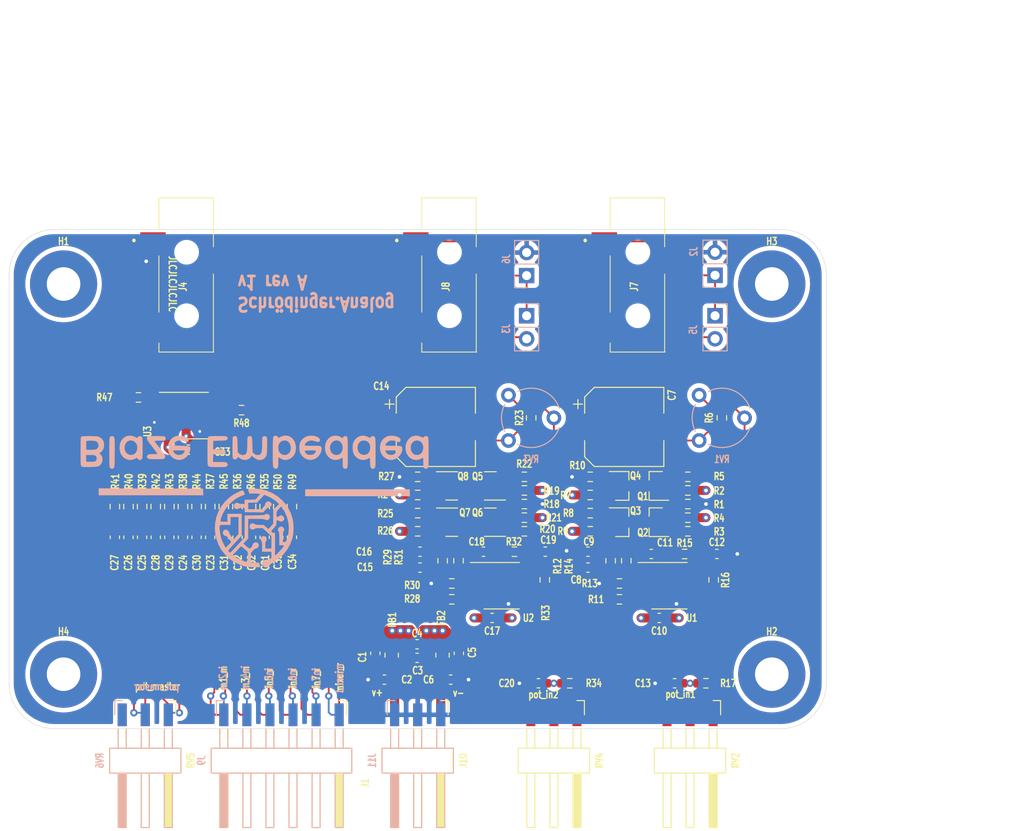
<source format=kicad_pcb>
(kicad_pcb (version 20211014) (generator pcbnew)
  (layers (0 "F.Cu" signal) (1 "In1.Cu" signal) (2 "In2.Cu" signal) (31 "B.Cu" signal) (34 "B.Paste" user) (35 "F.Paste" user) (36 "B.SilkS" user "B.Silkscreen") (37 "F.SilkS" user "F.Silkscreen") (38 "B.Mask" user) (39 "F.Mask" user) (44 "Edge.Cuts" user))
  (net 0 "")
  (net 1 "GND")
  (net 2 "/Amp1/DIFF-")
  (net 3 "/Amp1/DIFF+")
  (net 4 "/Amp2/DIFF-")
  (net 5 "/Amp2/DIFF+")
  (net 6 "/IN6_L")
  (net 7 "/IN5_L")
  (net 8 "/MIXER_L")
  (net 9 "/MIXER_R")
  (net 10 "/Amp1/IN+")
  (net 11 "/Amp1/IN-")
  (net 12 "/Amp2/IN+")
  (net 13 "/Amp2/IN-")
  (net 14 "/IN1_MONO")
  (net 15 "/IN2_MONO")
  (net 16 "/IN5_R")
  (net 17 "/IN6_R")
  (net 18 "+VDC")
  (net 19 "-VDC")
  (net 20 "Net-(C2-Pad2)")
  (net 21 "Net-(C6-Pad1)")
  (net 22 "Net-(C7-Pad1)")
  (net 23 "Net-(C7-Pad2)")
  (net 24 "Net-(C8-Pad2)")
  (net 25 "Net-(C9-Pad2)")
  (net 26 "Net-(C11-Pad1)")
  (net 27 "Net-(C11-Pad2)")
  (net 28 "Net-(C12-Pad1)")
  (net 29 "Net-(C14-Pad1)")
  (net 30 "Net-(C14-Pad2)")
  (net 31 "Net-(C15-Pad2)")
  (net 32 "Net-(C16-Pad2)")
  (net 33 "Net-(C18-Pad1)")
  (net 34 "Net-(C18-Pad2)")
  (net 35 "Net-(C19-Pad1)")
  (net 36 "Net-(C21-Pad2)")
  (net 37 "Net-(C22-Pad2)")
  (net 38 "Net-(C23-Pad2)")
  (net 39 "Net-(C24-Pad2)")
  (net 40 "Net-(C25-Pad2)")
  (net 41 "Net-(C26-Pad2)")
  (net 42 "Net-(C27-Pad2)")
  (net 43 "Net-(C28-Pad2)")
  (net 44 "Net-(C29-Pad2)")
  (net 45 "Net-(C30-Pad2)")
  (net 46 "Net-(C31-Pad2)")
  (net 47 "Net-(C32-Pad2)")
  (net 52 "Net-(J2-Pad1)")
  (net 53 "Net-(J3-Pad1)")
  (net 54 "Net-(Q1-Pad2)")
  (net 55 "Net-(Q1-Pad3)")
  (net 56 "Net-(Q3-Pad1)")
  (net 57 "Net-(Q5-Pad2)")
  (net 58 "Net-(Q5-Pad3)")
  (net 59 "Net-(Q7-Pad1)")
  (net 60 "Net-(R5-Pad2)")
  (net 61 "Net-(R11-Pad2)")
  (net 62 "Net-(R12-Pad2)")
  (net 63 "Net-(R16-Pad1)")
  (net 64 "Net-(R17-Pad2)")
  (net 65 "Net-(R22-Pad2)")
  (net 66 "Net-(R28-Pad2)")
  (net 67 "Net-(R29-Pad2)")
  (net 68 "Net-(R33-Pad1)")
  (net 69 "Net-(R34-Pad2)")
  (net 70 "Net-(R35-Pad1)")
  (net 71 "Net-(R41-Pad1)")
  (net 72 "Net-(R47-Pad2)")
  (net 73 "Net-(R48-Pad2)")
  (net 74 "/IN7_R")
  (net 75 "/IN3_MONO")
  (net 76 "/IN4_MONO")
  (net 77 "/IN7_L")
  (net 78 "Net-(C34-Pad2)")
  (net 79 "Net-(C35-Pad2)")
  (footprint "Resistor_SMD:R_0603_1608Metric_Pad0.98x0.95mm_HandSolder" (layer "F.Cu") (at 132.15 103.52548 -90)
    (fp_text reference "R37")
    (fp_text value "5.1k")
  )
  (footprint "Resistor_SMD:R_0603_1608Metric_Pad0.98x0.95mm_HandSolder" (layer "F.Cu") (at 129.15 103.52548 -90)
    (fp_text reference "R38")
    (fp_text value "5.1k")
  )
  (footprint "Resistor_SMD:R_0603_1608Metric_Pad0.98x0.95mm_HandSolder" (layer "F.Cu") (at 124.65 103.52548 -90)
    (fp_text reference "R39")
    (fp_text value "5.1k")
  )
  (footprint "Resistor_SMD:R_0603_1608Metric_Pad0.98x0.95mm_HandSolder" (layer "F.Cu") (at 123.15 103.52548 -90)
    (fp_text reference "R40")
    (fp_text value "5.1k")
  )
  (footprint "Resistor_SMD:R_0603_1608Metric_Pad0.98x0.95mm_HandSolder" (layer "F.Cu") (at 124.25 91.5)
    (fp_text reference "R47")
    (fp_text value "100")
  )
  (footprint "Resistor_SMD:R_0603_1608Metric_Pad0.98x0.95mm_HandSolder" (layer "F.Cu") (at 135.6 92.9 180)
    (fp_text reference "R48")
    (fp_text value "100")
  )
  (footprint "Resistor_SMD:R_0603_1608Metric_Pad0.98x0.95mm_HandSolder" (layer "F.Cu") (at 121.65 103.52548 -90)
    (fp_text reference "R41")
    (fp_text value "5.1k")
  )
  (footprint "Resistor_SMD:R_0603_1608Metric_Pad0.98x0.95mm_HandSolder" (layer "F.Cu") (at 126.15 103.52548 -90)
    (fp_text reference "R42")
    (fp_text value "5.1k")
  )
  (footprint "Resistor_SMD:R_0603_1608Metric_Pad0.98x0.95mm_HandSolder" (layer "F.Cu") (at 127.65 103.52548 -90)
    (fp_text reference "R43")
    (fp_text value "5.1k")
  )
  (footprint "Resistor_SMD:R_0603_1608Metric_Pad0.98x0.95mm_HandSolder" (layer "F.Cu") (at 130.65 103.52548 -90)
    (fp_text reference "R44")
    (fp_text value "5.1k")
  )
  (footprint "Connector_Harwin:Harwin_M20-89003xx_1x03_P2.54mm_Horizontal" (layer "F.Cu") (at 185 132 -90)
    (fp_text reference "RV2")
    (fp_text value "10k")
  )
  (footprint "Package_SO:SOIC-8_3.9x4.9mm_P1.27mm" (layer "F.Cu") (at 130 93.5)
    (fp_text reference "U3")
    (fp_text value "NE5532")
  )
  (footprint "Capacitor_SMD:C_0603_1608Metric_Pad1.08x0.95mm_HandSolder" (layer "F.Cu") (at 129.75 97.25 180)
    (fp_text reference "C33")
    (fp_text value "10u")
  )
  (footprint "Package_TO_SOT_SMD:SOT-23" (layer "F.Cu") (at 181.25 101.25 180)
    (fp_text reference "Q1")
    (fp_text value "MMBT4403")
  )
  (footprint "Package_TO_SOT_SMD:SOT-23" (layer "F.Cu") (at 177.5 101.25)
    (fp_text reference "Q4")
    (fp_text value "MMBT4403")
  )
  (footprint "Resistor_SMD:R_0603_1608Metric_Pad0.98x0.95mm_HandSolder" (layer "F.Cu") (at 174 102.25)
    (fp_text reference "R7")
    (fp_text value "4.7k")
  )
  (footprint "Resistor_SMD:R_0603_1608Metric_Pad0.98x0.95mm_HandSolder" (layer "F.Cu") (at 174 104.25 180)
    (fp_text reference "R8")
    (fp_text value "680")
  )
  (footprint "Resistor_SMD:R_0603_1608Metric_Pad0.98x0.95mm_HandSolder" (layer "F.Cu") (at 174 100.25 180)
    (fp_text reference "R10")
    (fp_text value "3.3k")
  )
  (footprint "Resistor_SMD:R_0603_1608Metric_Pad0.98x0.95mm_HandSolder" (layer "F.Cu") (at 174 106.25 180)
    (fp_text reference "R9")
    (fp_text value "2.2k")
  )
  (footprint "Resistor_SMD:R_0603_1608Metric_Pad0.98x0.95mm_HandSolder" (layer "F.Cu") (at 184.75 101.75 180)
    (fp_text reference "R2")
    (fp_text value "4.7k")
  )
  (footprint "Resistor_SMD:R_0603_1608Metric_Pad0.98x0.95mm_HandSolder" (layer "F.Cu") (at 184.75 100.25)
    (fp_text reference "R5")
    (fp_text value "22")
  )
  (footprint "Resistor_SMD:R_0603_1608Metric_Pad0.98x0.95mm_HandSolder" (layer "F.Cu") (at 184.75 103.25)
    (fp_text reference "R1")
    (fp_text value "3.3k")
  )
  (footprint "Resistor_SMD:R_0603_1608Metric_Pad0.98x0.95mm_HandSolder" (layer "F.Cu") (at 184.75 104.75)
    (fp_text reference "R4")
    (fp_text value "2.2k")
  )
  (footprint "MountingHole:MountingHole_3.7mm_Pad" (layer "F.Cu") (at 116 79)
    (fp_text reference "H1")
    (fp_text value "MountingHole_Pad")
  )
  (footprint "MountingHole:MountingHole_3.7mm_Pad" (layer "F.Cu") (at 194 122)
    (fp_text reference "H2")
    (fp_text value "MountingHole_Pad")
  )
  (footprint "MountingHole:MountingHole_3.7mm_Pad" (layer "F.Cu") (at 194 79)
    (fp_text reference "H3")
    (fp_text value "MountingHole_Pad")
  )
  (footprint "MountingHole:MountingHole_3.7mm_Pad" (layer "F.Cu") (at 116 122)
    (fp_text reference "H4")
    (fp_text value "MountingHole_Pad")
  )
  (footprint "Capacitor_SMD:CP_Elec_8x10.5" (layer "F.Cu") (at 177.75 94.75)
    (fp_text reference "C7")
    (fp_text value "1000u")
  )
  (footprint "Resistor_SMD:R_0603_1608Metric_Pad0.98x0.95mm_HandSolder" (layer "F.Cu") (at 177.975 109.5 -90)
    (fp_text reference "R14")
    (fp_text value "100k")
  )
  (footprint "Resistor_SMD:R_0603_1608Metric_Pad0.98x0.95mm_HandSolder" (layer "F.Cu") (at 188.5 93.75 -90)
    (fp_text reference "R6")
    (fp_text value "100k")
  )
  (footprint "Resistor_SMD:R_0603_1608Metric_Pad0.98x0.95mm_HandSolder" (layer "F.Cu") (at 177.225 112 180)
    (fp_text reference "R13")
    (fp_text value "100k")
  )
  (footprint "Resistor_SMD:R_0603_1608Metric_Pad0.98x0.95mm_HandSolder" (layer "F.Cu") (at 184.75 106.25)
    (fp_text reference "R3")
    (fp_text value "680")
  )
  (footprint "Resistor_SMD:R_0603_1608Metric_Pad0.98x0.95mm_HandSolder" (layer "F.Cu") (at 177.225 113.75)
    (fp_text reference "R11")
    (fp_text value "22k")
  )
  (footprint "Resistor_SMD:R_0603_1608Metric_Pad0.98x0.95mm_HandSolder" (layer "F.Cu") (at 187.6 111.6 90)
    (fp_text reference "R16")
    (fp_text value "3.3k")
  )
  (footprint "Resistor_SMD:R_0603_1608Metric_Pad0.98x0.95mm_HandSolder" (layer "F.Cu") (at 176.25 109.5 -90)
    (fp_text reference "R12")
    (fp_text value "22k")
  )
  (footprint "Capacitor_SMD:C_0603_1608Metric_Pad1.08x0.95mm_HandSolder" (layer "F.Cu") (at 181.6 115.8 180)
    (fp_text reference "C10")
    (fp_text value "10u")
  )
  (footprint "Capacitor_SMD:C_0603_1608Metric_Pad1.08x0.95mm_HandSolder" (layer "F.Cu") (at 180.725 108.75)
    (fp_text reference "C11")
    (fp_text value "1u")
  )
  (footprint "Package_TO_SOT_SMD:SOT-23" (layer "F.Cu") (at 181.25 105.25 180)
    (fp_text reference "Q2")
    (fp_text value "BC849")
  )
  (footprint "Package_TO_SOT_SMD:SOT-23" (layer "F.Cu") (at 177.5 105.25)
    (fp_text reference "Q3")
    (fp_text value "BC849")
  )
  (footprint "Capacitor_SMD:C_0603_1608Metric_Pad1.08x0.95mm_HandSolder" (layer "F.Cu") (at 173.75 108.5)
    (fp_text reference "C9")
    (fp_text value "10u")
  )
  (footprint "Capacitor_SMD:C_0603_1608Metric_Pad1.08x0.95mm_HandSolder" (layer "F.Cu") (at 173.75 110.25 180)
    (fp_text reference "C8")
    (fp_text value "10u")
  )
  (footprint "Package_SO:SOIC-8_3.9x4.9mm_P1.27mm" (layer "F.Cu") (at 182.725 112.25)
    (fp_text reference "U1")
    (fp_text value "NE5532")
  )
  (footprint "Capacitor_SMD:C_0603_1608Metric_Pad1.08x0.95mm_HandSolder" (layer "F.Cu") (at 139.65 106.91298 90)
    (fp_text reference "C35")
    (fp_text value "10u")
  )
  (footprint "Resistor_SMD:R_0603_1608Metric_Pad0.98x0.95mm_HandSolder" (layer "F.Cu") (at 165.65 108.5 180)
    (fp_text reference "R32")
    (fp_text value "680")
  )
  (footprint "Connector_Harwin:Harwin_M20-89003xx_1x03_P2.54mm_Horizontal" (layer "F.Cu") (at 170 132 -90)
    (fp_text reference "RV4")
    (fp_text value "10k")
  )
  (footprint "SamacSys_Parts:SJ3523SMTTR" (layer "F.Cu") (at 129.55 72 -90)
    (fp_text reference "J4")
    (fp_text value "SJ-3523-SMT-TR" hide)
  )
  (footprint "Capacitor_SMD:C_0603_1608Metric_Pad1.08x0.95mm_HandSolder" (layer "F.Cu") (at 183.3 123 180)
    (fp_text reference "C13")
    (fp_text value "10n")
  )
  (footprint "Resistor_SMD:R_0603_1608Metric_Pad0.98x0.95mm_HandSolder" (layer "F.Cu") (at 184.4 108.75 180)
    (fp_text reference "R15")
    (fp_text value "680")
  )
  (footprint "Capacitor_SMD:C_0603_1608Metric_Pad1.08x0.95mm_HandSolder" (layer "F.Cu") (at 168.3 123 180)
    (fp_text reference "C20")
    (fp_text value "10n")
  )
  (footprint "Resistor_SMD:R_0603_1608Metric_Pad0.98x0.95mm_HandSolder" (layer "F.Cu") (at 157.75 109.5 -90)
    (fp_text reference "R29")
    (fp_text value "22k")
  )
  (footprint "Resistor_SMD:R_0603_1608Metric_Pad0.98x0.95mm_HandSolder" (layer "F.Cu") (at 158.75 113.75)
    (fp_text reference "R28")
    (fp_text value "22k")
  )
  (footprint "Capacitor_SMD:C_0603_1608Metric_Pad1.08x0.95mm_HandSolder" (layer "F.Cu") (at 162.25 108.5)
    (fp_text reference "C18")
    (fp_text value "1u")
  )
  (footprint "Connector_Harwin:Harwin_M20-89003xx_1x03_P2.54mm_Horizontal" (layer "F.Cu") (at 125 132 -90)
    (fp_text reference "RV5")
    (fp_text value "10k")
  )
  (footprint "Resistor_SMD:R_0603_1608Metric_Pad0.98x0.95mm_HandSolder" (layer "F.Cu") (at 186.75 123)
    (fp_text reference "R17")
    (fp_text value "680")
  )
  (footprint "Resistor_SMD:R_0603_1608Metric_Pad0.98x0.95mm_HandSolder" (layer "F.Cu") (at 155 106.25 180)
    (fp_text reference "R26")
    (fp_text value "2.2k")
  )
  (footprint "Capacitor_SMD:C_0603_1608Metric_Pad1.08x0.95mm_HandSolder" (layer "F.Cu") (at 124.65 106.91298 90)
    (fp_text reference "C25")
    (fp_text value "10u")
  )
  (footprint "Resistor_SMD:R_0603_1608Metric_Pad0.98x0.95mm_HandSolder" (layer "F.Cu") (at 166.75 104.75)
    (fp_text reference "R21")
    (fp_text value "2.2k")
  )
  (footprint "Package_SO:SOIC-8_3.9x4.9mm_P1.27mm" (layer "F.Cu") (at 164.25 112.25)
    (fp_text reference "U2")
    (fp_text value "NE5532")
  )
  (footprint "Resistor_SMD:R_0603_1608Metric_Pad0.98x0.95mm_HandSolder" (layer "F.Cu") (at 171.75 123)
    (fp_text reference "R34")
    (fp_text value "680")
  )
  (footprint "Capacitor_SMD:C_0603_1608Metric_Pad1.08x0.95mm_HandSolder" (layer "F.Cu") (at 130.65 106.91298 90)
    (fp_text reference "C30")
    (fp_text value "10u")
  )
  (footprint "Connector_Harwin:Harwin_M20-89003xx_1x03_P2.54mm_Horizontal" (layer "F.Cu") (at 155 132 -90)
    (fp_text reference "J10")
    (fp_text value "Conn_01x03")
  )
  (footprint "Capacitor_SMD:C_0603_1608Metric_Pad1.08x0.95mm_HandSolder" (layer "F.Cu") (at 151.3375 122.6)
    (fp_text reference "C2")
    (fp_text value "10u")
  )
  (footprint "Capacitor_SMD:C_0603_1608Metric_Pad1.08x0.95mm_HandSolder" (layer "F.Cu") (at 187.95 108.75)
    (fp_text reference "C12")
    (fp_text value "10n")
  )
  (footprint "Resistor_SMD:R_0603_1608Metric_Pad0.98x0.95mm_HandSolder" (layer "F.Cu") (at 166.75 106.25)
    (fp_text reference "R20")
    (fp_text value "680")
  )
  (footprint "Capacitor_SMD:C_0603_1608Metric_Pad1.08x0.95mm_HandSolder" (layer "F.Cu") (at 150.3375 119.7 90)
    (fp_text reference "C1")
    (fp_text value "10u")
  )
  (footprint "Package_TO_SOT_SMD:SOT-23" (layer "F.Cu") (at 158.75 105.25)
    (fp_text reference "Q7")
    (fp_text value "BC849")
  )
  (footprint "Capacitor_SMD:C_0603_1608Metric_Pad1.08x0.95mm_HandSolder" (layer "F.Cu") (at 123.15 106.91298 90)
    (fp_text reference "C26")
    (fp_text value "10u")
  )
  (footprint "Resistor_SMD:R_0603_1608Metric_Pad0.98x0.95mm_HandSolder" (layer "F.Cu") (at 135.15 103.52548 -90)
    (fp_text reference "R36")
    (fp_text value "5.1k")
  )
  (footprint "Package_TO_SOT_SMD:SOT-23" (layer "F.Cu") (at 158.75 101.25)
    (fp_text reference "Q8")
    (fp_text value "MMBT4403")
  )
  (footprint "Resistor_SMD:R_0603_1608Metric_Pad0.98x0.95mm_HandSolder" (layer "F.Cu") (at 155 104.25 180)
    (fp_text reference "R25")
    (fp_text value "680")
  )
  (footprint "Resistor_SMD:R_0603_1608Metric_Pad0.98x0.95mm_HandSolder" (layer "F.Cu") (at 155 102.25)
    (fp_text reference "R24")
    (fp_text value "4.7k")
  )
  (footprint "Resistor_SMD:R_0603_1608Metric_Pad0.98x0.95mm_HandSolder" (layer "F.Cu") (at 166.75 100.25)
    (fp_text reference "R22")
    (fp_text value "22")
  )
  (footprint "Resistor_SMD:R_0603_1608Metric_Pad0.98x0.95mm_HandSolder" (layer "F.Cu") (at 141.15 103.52548 -90)
    (fp_text reference "R49")
    (fp_text value "5.1k")
  )
  (footprint "Capacitor_SMD:C_0603_1608Metric_Pad1.08x0.95mm_HandSolder" (layer "F.Cu") (at 159.5375 119.7 -90)
    (fp_text reference "C5")
    (fp_text value "10u")
  )
  (footprint "Capacitor_SMD:CP_Elec_8x10.5" (layer "F.Cu") (at 157 94.75)
    (fp_text reference "C14")
    (fp_text value "1000u")
  )
  (footprint "Resistor_SMD:R_0603_1608Metric_Pad0.98x0.95mm_HandSolder" (layer "F.Cu") (at 169 111.6 90)
    (fp_text reference "R33")
    (fp_text value "3.3k")
  )
  (footprint "Resistor_SMD:R_0603_1608Metric_Pad0.98x0.95mm_HandSolder" (layer "F.Cu") (at 167.5 93.75 -90)
    (fp_text reference "R23")
    (fp_text value "100k")
  )
  (footprint "Resistor_SMD:R_0603_1608Metric_Pad0.98x0.95mm_HandSolder" (layer "F.Cu") (at 158.75 112 180)
    (fp_text reference "R30")
    (fp_text value "100k")
  )
  (footprint "Capacitor_SMD:C_0603_1608Metric_Pad1.08x0.95mm_HandSolder" (layer "F.Cu") (at 158.6375 122.6)
    (fp_text reference "C6")
    (fp_text value "10u")
  )
  (footprint "Capacitor_SMD:C_0603_1608Metric_Pad1.08x0.95mm_HandSolder" (layer "F.Cu") (at 155.25 110.25 180)
    (fp_text reference "C15")
    (fp_text value "10u")
  )
  (footprint "Capacitor_SMD:C_0603_1608Metric_Pad1.08x0.95mm_HandSolder" (layer "F.Cu") (at 129.15 106.91298 90)
    (fp_text reference "C24")
    (fp_text value "10u")
  )
  (footprint "Capacitor_SMD:C_0603_1608Metric_Pad1.08x0.95mm_HandSolder" (layer "F.Cu") (at 133.65 106.91298 90)
    (fp_text reference "C31")
    (fp_text value "10u")
  )
  (footprint "Package_TO_SOT_SMD:SOT-23" (layer "F.Cu") (at 163 101.25 180)
    (fp_text reference "Q5")
    (fp_text value "MMBT4403")
  )
  (footprint "SamacSys_Parts:SJ3523SMTTR" (layer "F.Cu") (at 158.5 72 -90)
    (fp_text reference "J8")
    (fp_text value "SJ-3523-SMT-TR" hide)
  )
  (footprint "Resistor_SMD:R_0603_1608Metric_Pad0.98x0.95mm_HandSolder" (layer "F.Cu") (at 138.15 103.52548 -90)
    (fp_text reference "R35")
    (fp_text value "5.1k")
  )
  (footprint "Resistor_SMD:R_0603_1608Metric_Pad0.98x0.95mm_HandSolder" (layer "F.Cu") (at 155 100.25 180)
    (fp_text reference "R27")
    (fp_text value "3.3k")
  )
  (footprint "Capacitor_SMD:C_0603_1608Metric_Pad1.08x0.95mm_HandSolder" (layer "F.Cu") (at 154.9375 120.2)
    (fp_text reference "C3")
    (fp_text value "10u")
  )
  (footprint "Capacitor_SMD:C_0603_1608Metric_Pad1.08x0.95mm_HandSolder" (layer "F.Cu") (at 135.15 106.91298 90)
    (fp_text reference "C22")
    (fp_text value "10u")
  )
  (footprint "Capacitor_SMD:C_0603_1608Metric_Pad1.08x0.95mm_HandSolder" (layer "F.Cu") (at 127.65 106.91298 90)
    (fp_text reference "C29")
    (fp_text value "10u")
  )
  (footprint "Capacitor_SMD:C_0603_1608Metric_Pad1.08x0.95mm_HandSolder" (layer "F.Cu") (at 121.65 106.91298 90)
    (fp_text reference "C27")
    (fp_text value "10u")
  )
  (footprint "Resistor_SMD:R_0805_2012Metric_Pad1.20x1.40mm_HandSolder" (layer "F.Cu") (at 157.7375 119.9 90)
    (fp_text reference "FB2")
    (fp_text value "FerriteBead_Small")
  )
  (footprint "Connector_Harwin:Harwin_M20-89006xx_1x06_P2.54mm_Horizontal" (layer "F.Cu") (at 140 132 -90)
    (fp_text reference "J1")
    (fp_text value "Conn_01x06")
  )
  (footprint "Capacitor_SMD:C_0603_1608Metric_Pad1.08x0.95mm_HandSolder" (layer "F.Cu") (at 169.05 108.5)
    (fp_text reference "C19")
    (fp_text value "10n")
  )
  (footprint "Resistor_SMD:R_0603_1608Metric_Pad0.98x0.95mm_HandSolder" (layer "F.Cu") (at 133.65 103.52548 -90)
    (fp_text reference "R45")
    (fp_text value "5.1k")
  )
  (footprint "Capacitor_SMD:C_0603_1608Metric_Pad1.08x0.95mm_HandSolder" (layer "F.Cu") (at 136.65 106.91298 90)
    (fp_text reference "C32")
    (fp_text value "10u")
  )
  (footprint "Capacitor_SMD:C_0603_1608Metric_Pad1.08x0.95mm_HandSolder" (layer "F.Cu") (at 163.2 115.8 180)
    (fp_text reference "C17")
    (fp_text value "10u")
  )
  (footprint "Resistor_SMD:R_0603_1608Metric_Pad0.98x0.95mm_HandSolder" (layer "F.Cu") (at 159.5 109.5 -90)
    (fp_text reference "R31")
    (fp_text value "100k")
  )
  (footprint "Resistor_SMD:R_0603_1608Metric_Pad0.98x0.95mm_HandSolder" (layer "F.Cu") (at 166.75 103.25)
    (fp_text reference "R18")
    (fp_text value "3.3k")
  )
  (footprint "Capacitor_SMD:C_0603_1608Metric_Pad1.08x0.95mm_HandSolder" (layer "F.Cu") (at 141.15 106.91298 90)
    (fp_text reference "C34")
    (fp_text value "10u")
  )
  (footprint "Capacitor_SMD:C_0603_1608Metric_Pad1.08x0.95mm_HandSolder" (layer "F.Cu") (at 126.15 106.91298 90)
    (fp_text reference "C28")
    (fp_text value "10u")
  )
  (footprint "Resistor_SMD:R_0805_2012Metric_Pad1.20x1.40mm_HandSolder" (layer "F.Cu") (at 152.1375 119.9 -90)
    (fp_text reference "FB1")
    (fp_text value "FerriteBead_Small")
  )
  (footprint "Capacitor_SMD:C_0603_1608Metric_Pad1.08x0.95mm_HandSolder" (layer "F.Cu") (at 155.25 108.5)
    (fp_text reference "C16")
    (fp_text value "10u")
  )
  (footprint "Resistor_SMD:R_0603_1608Metric_Pad0.98x0.95mm_HandSolder" (layer "F.Cu") (at 166.75 101.75 180)
    (fp_text reference "R19")
    (fp_text value "4.7k")
  )
  (footprint "Capacitor_SMD:C_0603_1608Metric_Pad1.08x0.95mm_HandSolder" (layer "F.Cu") (at 138.15 106.91298 90)
    (fp_text reference "C21")
    (fp_text value "10u")
  )
  (footprint "Package_TO_SOT_SMD:SOT-23" (layer "F.Cu") (at 163 105.25 180)
    (fp_text reference "Q6")
    (fp_text value "BC849")
  )
  (footprint "Capacitor_SMD:C_0603_1608Metric_Pad1.08x0.95mm_HandSolder" (layer "F.Cu") (at 132.15 106.91298 90)
    (fp_text reference "C23")
    (fp_text value "10u")
  )
  (footprint "Capacitor_SMD:C_0603_1608Metric_Pad1.08x0.95mm_HandSolder" (layer "F.Cu") (at 154.9375 118.7)
    (fp_text reference "C4")
    (fp_text value "100n")
  )
  (footprint "SamacSys_Parts:SJ3523SMTTR" (layer "F.Cu") (at 179.25 72 -90)
    (fp_text reference "J7")
    (fp_text value "SJ-3523-SMT-TR" hide)
  )
  (footprint "Resistor_SMD:R_0603_1608Metric_Pad0.98x0.95mm_HandSolder" (layer "F.Cu") (at 139.65 103.52548 -90)
    (fp_text reference "R50")
    (fp_text value "5.1k")
  )
  (footprint "Resistor_SMD:R_0603_1608Metric_Pad0.98x0.95mm_HandSolder" (layer "F.Cu") (at 136.65 103.52548 -90)
    (fp_text reference "R46")
    (fp_text value "5.1k")
  )
  (footprint "Potentiometer_THT:Potentiometer_Piher_PT-6-V_Vertical" (layer "B.Cu") (at 186 91.25)
    (fp_text reference "RV1")
    (fp_text value "10k")
  )
  (footprint "Connector_Harwin:Harwin_M20-89006xx_1x06_P2.54mm_Horizontal" (layer "B.Cu") (at 140 132 -90)
    (fp_text reference "J9")
    (fp_text value "Conn_01x06")
  )
  (footprint "Potentiometer_THT:Potentiometer_Piher_PT-6-V_Vertical" (layer "B.Cu") (at 165 91.25)
    (fp_text reference "RV3")
    (fp_text value "10k")
  )
  (footprint "Connector_PinHeader_2.54mm:PinHeader_1x02_P2.54mm_Vertical" (layer "B.Cu") (at 187.75 82.5 180)
    (fp_text reference "J2")
    (fp_text value "Conn_01x02")
  )
  (footprint "Connector_PinHeader_2.54mm:PinHeader_1x02_P2.54mm_Vertical" (layer "B.Cu") (at 167 78.075)
    (fp_text reference "J6")
    (fp_text value "Conn_01x02")
  )
  (footprint "Connector_Harwin:Harwin_M20-89003xx_1x03_P2.54mm_Horizontal" (layer "B.Cu") (at 125 132 -90)
    (fp_text reference "RV6")
    (fp_text value "10k")
  )
  (footprint "LOGO" (layer "B.Cu") (at 137 103)
    (fp_text reference "G***" hide)
    (fp_text value "LOGO" hide)
  )
  (footprint "Connector_Harwin:Harwin_M20-89003xx_1x03_P2.54mm_Horizontal" (layer "B.Cu") (at 155 132 -90)
    (fp_text reference "J11")
    (fp_text value "Conn_01x03")
  )
  (footprint "Connector_PinHeader_2.54mm:PinHeader_1x02_P2.54mm_Vertical" (layer "B.Cu") (at 167 82.5 180)
    (fp_text reference "J3")
    (fp_text value "Conn_01x02")
  )
  (footprint "Connector_PinHeader_2.54mm:PinHeader_1x02_P2.54mm_Vertical" (layer "B.Cu") (at 187.75 78.04)
    (fp_text reference "J5")
    (fp_text value "Conn_01x02")
  )
  (gr_line (start 110 123) (end 110 78) (layer "Edge.Cuts") (width 0.05))
  (gr_line (start 115 73) (end 195 73) (layer "Edge.Cuts") (width 0.05))
  (gr_line (start 195 128) (end 115 128) (layer "Edge.Cuts") (width 0.05))
  (gr_line (start 200 78) (end 200 123) (layer "Edge.Cuts") (width 0.05))
  (gr_arc (start 115 128) (mid 111.464466 126.535534) (end 110 123) (layer "Edge.Cuts") (width 0.05))
  (gr_arc (start 195 73) (mid 198.535534 74.464466) (end 200 78) (layer "Edge.Cuts") (width 0.05))
  (gr_arc (start 200 123) (mid 198.535534 126.535534) (end 195 128) (layer "Edge.Cuts") (width 0.05))
  (gr_arc (start 110 78) (mid 111.464466 74.464466) (end 115 73) (layer "Edge.Cuts") (width 0.05))
  (gr_text "in6_l" (at 141.2 122.4 90) (layer "B.SilkS") (effects (font (size 0.8 0.6)) (justify mirror)))
  (gr_text "mixer_l" (at 146.35 122.45 90) (layer "B.SilkS") (effects (font (size 0.8 0.6)) (justify mirror)))
  (gr_text "in4_m" (at 135.99403 122.3923 90) (layer "B.SilkS") (effects (font (size 0.8 0.6)) (justify mirror)))
  (gr_text "in7_l" (at 143.8 122.4 90) (layer "B.SilkS") (effects (font (size 0.8 0.6)) (justify mirror)))
  (gr_text "pot_master" (at 126.25 123.35) (layer "B.SilkS") (effects (font (size 0.8 0.6)) (justify mirror)))
  (gr_text "Schrödinger.Analog \nv1 rev A" (at 135 80 180) (layer "B.SilkS") (effects (font (size 1.5 1.2) (thickness 0.3)) (justify left mirror)))
  (gr_text "in2_m" (at 133.55 122.45 90) (layer "B.SilkS") (effects (font (size 0.8 0.6)) (justify mirror)))
  (gr_text "in5_l" (at 138.6 122.4 90) (layer "B.SilkS") (effects (font (size 0.8 0.6)) (justify mirror)))
  (gr_text "JLCJLCJLCJLC" (at 128 79 -90) (layer "F.SilkS") (effects (font (size 0.8 0.6))))
  (gr_text "pot_in2" (at 168.848541 124.241548) (layer "F.SilkS") (effects (font (size 0.8 0.6))))
  (gr_text "in5_r" (at 138.65 122.45 90) (layer "F.SilkS") (effects (font (size 0.8 0.6))))
  (gr_text "mixer_r" (at 146.4 122.4 90) (layer "F.SilkS") (effects (font (size 0.8 0.6))))
  (gr_text "in3_m" (at 136.04403 122.4577 90) (layer "F.SilkS") (effects (font (size 0.8 0.6))))
  (gr_text "pot_in1" (at 183.95 124.2) (layer "F.SilkS") (effects (font (size 0.8 0.6))))
  (gr_text "in7_r" (at 143.85 122.45 90) (layer "F.SilkS") (effects (font (size 0.8 0.6))))
  (gr_text "pot_master" (at 126.35 123.35) (layer "F.SilkS") (effects (font (size 0.8 0.6))))
  (gr_text "in6_r" (at 141.25 122.45 90) (layer "F.SilkS") (effects (font (size 0.8 0.6))))
  (gr_text "in1_m" (at 133.6 122.4 90) (layer "F.SilkS") (effects (font (size 0.8 0.6))))
  (gr_text "v-" (at 159.5 124.05) (layer "F.SilkS") (effects (font (size 0.8 0.6))))
  (gr_text "v+" (at 150.55 124) (layer "F.SilkS") (effects (font (size 0.8 0.6))))
  (segment (start 183.595 114.155) (end 183.5 114.25) (width 1) (layer "F.Cu") (net 1))
  (segment (start 159.5 122.6) (end 160.6 122.6) (width 1) (layer "F.Cu") (net 1))
  (segment (start 173.0875 100.25) (end 172 100.25) (width 1) (layer "F.Cu") (net 1))
  (segment (start 150.475 122.6) (end 150.475 120.7) (width 1) (layer "F.Cu") (net 1))
  (segment (start 182.4375 123) (end 181.15 123) (width 1) (layer "F.Cu") (net 1))
  (segment (start 166.2 123) (end 167.4375 123) (width 1) (layer "F.Cu") (net 1))
  (segment (start 159.5375 122.5625) (end 159.5 122.6) (width 1) (layer "F.Cu") (net 1))
  (segment (start 131.155 95.405) (end 131 95.25) (width 1) (layer "F.Cu") (net 1))
  (segment (start 176.3125 112) (end 175 112) (width 1) (layer "F.Cu") (net 1))
  (segment (start 185.2 114.155) (end 183.595 114.155) (width 1) (layer "F.Cu") (net 1))
  (segment (start 154.0875 100.25) (end 153 100.25) (width 1) (layer "F.Cu") (net 1))
  (segment (start 165.095 114.155) (end 165 114.25) (width 1) (layer "F.Cu") (net 1))
  (segment (start 171.4 108.4) (end 170.0125 108.4) (width 1) (layer "F.Cu") (net 1))
  (segment (start 132.475 95.405) (end 131.155 95.405) (width 1) (layer "F.Cu") (net 1))
  (segment (start 125.1 75.15) (end 125.1 76.5) (width 1) (layer "F.Cu") (net 1))
  (segment (start 188.8125 108.75) (end 190.2 108.75) (width 1) (layer "F.Cu") (net 1))
  (segment (start 150.475 120.7) (end 150.3375 120.5625) (width 1) (layer "F.Cu") (net 1))
  (segment (start 159.5375 120.5625) (end 159.5375 122.5625) (width 1) (layer "F.Cu") (net 1))
  (segment (start 170.0125 108.4) (end 169.9125 108.5) (width 1) (layer "F.Cu") (net 1))
  (segment (start 126.115 94.135) (end 126 94.25) (width 1) (layer "F.Cu") (net 1))
  (segment (start 150.475 122.6) (end 149.5375 122.6) (width 1) (layer "F.Cu") (net 1))
  (segment (start 167.6625 103.25) (end 168.75 103.25) (width 1) (layer "F.Cu") (net 1))
  (segment (start 127.525 94.135) (end 126.115 94.135) (width 1) (layer "F.Cu") (net 1))
  (segment (start 125.85 74.4) (end 125.1 75.15) (width 1) (layer "F.Cu") (net 1))
  (segment (start 157.8375 112) (end 156.5 112) (width 1) (layer "F.Cu") (net 1))
  (segment (start 166.725 114.155) (end 165.095 114.155) (width 1) (layer "F.Cu") (net 1))
  (segment (start 185.6625 103.25) (end 186.75 103.25) (width 1) (layer "F.Cu") (net 1))
  (via (at 156.5 112) (size 0.8) (drill 0.4) (layers "F.Cu" "B.Cu") (net 1))
  (via (at 181.15 123) (size 0.8) (drill 0.4) (layers "F.Cu" "B.Cu") (net 1))
  (via (at 171.4 108.4) (size 0.8) (drill 0.4) (layers "F.Cu" "B.Cu") (net 1))
  (via (at 126 94.25) (size 0.6) (drill 0.3) (layers "F.Cu" "B.Cu") (net 1))
  (via (at 166.2 123) (size 0.8) (drill 0.4) (layers "F.Cu" "B.Cu") (net 1))
  (via (at 125.1 76.5) (size 0.8) (drill 0.4) (layers "F.Cu" "B.Cu") (net 1))
  (via (at 183.5 114.25) (size 0.8) (drill 0.4) (layers "F.Cu" "B.Cu") (net 1))
  (via (at 168.75 103.25) (size 0.8) (drill 0.4) (layers "F.Cu" "B.Cu") (net 1))
  (via (at 172 100.25) (size 0.8) (drill 0.4) (layers "F.Cu" "B.Cu") (net 1))
  (via (at 131 95.25) (size 0.6) (drill 0.3) (layers "F.Cu" "B.Cu") (net 1))
  (via (at 160.6 122.6) (size 0.8) (drill 0.4) (layers "F.Cu" "B.Cu") (net 1))
  (via (at 165 114.25) (size 0.8) (drill 0.4) (layers "F.Cu" "B.Cu") (net 1))
  (via (at 153 100.25) (size 0.8) (drill 0.4) (layers "F.Cu" "B.Cu") (net 1))
  (via (at 175 112) (size 0.8) (drill 0.4) (layers "F.Cu" "B.Cu") (net 1))
  (via (at 186.75 103.25) (size 0.8) (drill 0.4) (layers "F.Cu" "B.Cu") (net 1))
  (via (at 149.5375 122.6) (size 0.8) (drill 0.4) (layers "F.Cu" "B.Cu") (net 1))
  (via (at 190.2 108.75) (size 0.8) (drill 0.4) (layers "F.Cu" "B.Cu") (net 1))
  (segment (start 183.8375 104.75) (end 184.1625 104.75) (width 0.2) (layer "F.Cu") (net 2))
  (segment (start 183.3875 104.3) (end 183.8375 104.75) (width 0.2) (layer "F.Cu") (net 2))
  (segment (start 176.62452 109.62548) (end 177.02452 109.22548) (width 0.2) (layer "F.Cu") (net 2))
  (segment (start 175.23702 109.62548) (end 176.62452 109.62548) (width 0.2) (layer "F.Cu") (net 2))
  (segment (start 184.1625 104.75) (end 185.6625 106.25) (width 0.2) (layer "F.Cu") (net 2))
  (segment (start 185.25 107.5) (end 185.6625 107.0875) (width 0.2) (layer "F.Cu") (net 2))
  (segment (start 182.25 104.3) (end 183.3875 104.3) (width 0.2) (layer "F.Cu") (net 2))
  (segment (start 185.6625 107.0875) (end 185.6625 106.25) (width 0.2) (layer "F.Cu") (net 2))
  (segment (start 177.02452 109.22548) (end 177.02452 107.97548) (width 0.2) (layer "F.Cu") (net 2))
  (segment (start 177.5 107.5) (end 185.25 107.5) (width 0.2) (layer "F.Cu") (net 2))
  (segment (start 177.02452 107.97548) (end 177.5 107.5) (width 0.2) (layer "F.Cu") (net 2))
  (segment (start 174.6125 110.25) (end 175.23702 109.62548) (width 0.2) (layer "F.Cu") (net 2))
  (segment (start 174.9125 106.25) (end 176.45 106.25) (width 0.2) (layer "F.Cu") (net 3))
  (segment (start 174.9125 106.25) (end 174.9125 106.075) (width 0.2) (layer "F.Cu") (net 3))
  (segment (start 176.45 106.25) (end 176.5 106.2) (width 0.2) (layer "F.Cu") (net 3))
  (segment (start 174.9125 106.075) (end 173.0875 104.25) (width 0.2) (layer "F.Cu") (net 3))
  (segment (start 172.8875 108.5) (end 172.8875 108.275) (width 0.2) (layer "F.Cu") (net 3))
  (segment (start 172.8875 108.275) (end 174.9125 106.25) (width 0.2) (layer "F.Cu") (net 3))
  (segment (start 156.1125 110.25) (end 156.73702 109.62548) (width 0.2) (layer "F.Cu") (net 4))
  (segment (start 159.5 107.25) (end 167.5 107.25) (width 0.2) (layer "F.Cu") (net 4))
  (segment (start 167.3375 106.25) (end 165.8375 104.75) (width 0.2) (layer "F.Cu") (net 4))
  (segment (start 165.3875 104.3) (end 165.8375 104.75) (width 0.2) (layer "F.Cu") (net 4))
  (segment (start 167.5 107.25) (end 167.6625 107.0875) (width 0.2) (layer "F.Cu") (net 4))
  (segment (start 158.72548 108.02452) (end 159.5 107.25) (width 0.2) (layer "F.Cu") (net 4))
  (segment (start 163.9375 104.3) (end 165.3875 104.3) (width 0.2) (layer "F.Cu") (net 4))
  (segment (start 167.6625 107.0875) (end 167.6625 106.25) (width 0.2) (layer "F.Cu") (net 4))
  (segment (start 156.73702 109.62548) (end 158.12452 109.62548) (width 0.2) (layer "F.Cu") (net 4))
  (segment (start 167.6625 106.25) (end 167.3375 106.25) (width 0.2) (layer "F.Cu") (net 4))
  (segment (start 158.12452 109.62548) (end 158.72548 109.02452) (width 0.2) (layer "F.Cu") (net 4))
  (segment (start 158.72548 109.02452) (end 158.72548 108.02452) (width 0.2) (layer "F.Cu") (net 4))
  (segment (start 154.0875 104.425) (end 154.0875 104.25) (width 0.2) (layer "F.Cu") (net 5))
  (segment (start 155.9625 106.2) (end 155.9125 106.25) (width 0.2) (layer "F.Cu") (net 5))
  (segment (start 157.8125 106.2) (end 155.9625 106.2) (width 0.2) (layer "F.Cu") (net 5))
  (segment (start 154.3875 107.775) (end 155.9125 106.25) (width 0.2) (layer "F.Cu") (net 5))
  (segment (start 155.9125 106.25) (end 154.0875 104.425) (width 0.2) (layer "F.Cu") (net 5))
  (segment (start 154.3875 108.5) (end 154.3875 107.775) (width 0.2) (layer "F.Cu") (net 5))
  (segment (start 141 124.2) (end 141 112.4) (width 0.2) (layer "F.Cu") (net 6))
  (segment (start 141.2 124.4) (end 141 124.2) (width 0.2) (layer "F.Cu") (net 6))
  (segment (start 141 112.4) (end 138.15 109.55) (width 0.2) (layer "F.Cu") (net 6))
  (segment (start 138.15 109.55) (end 138.15 107.77548) (width 0.2) (layer "F.Cu") (net 6))
  (via (at 141.2 124.4) (size 0.8) (drill 0.4) (layers "F.Cu" "B.Cu") (net 6))
  (segment (start 141.2 124.4) (end 141.27 124.47) (width 0.2) (layer "B.Cu") (net 6))
  (segment (start 141.27 124.47) (end 141.27 126.475) (width 0.2) (layer "B.Cu") (net 6))
  (segment (start 138.6 124.4) (end 138.6 113.2) (width 0.2) (layer "F.Cu") (net 7))
  (segment (start 138.6 113.2) (end 135.15 109.75) (width 0.2) (layer "F.Cu") (net 7))
  (segment (start 135.15 109.75) (end 135.15 107.77548) (width 0.2) (layer "F.Cu") (net 7))
  (via (at 138.6 124.4) (size 0.8) (drill 0.4) (layers "F.Cu" "B.Cu") (net 7))
  (segment (start 138.6 124.4) (end 138.73 124.53) (width 0.2) (layer "B.Cu") (net 7))
  (segment (start 138.73 124.53) (end 138.73 126.475) (width 0.2) (layer "B.Cu") (net 7))
  (segment (start 128.2 83.8) (end 135.6 91.2) (width 0.2) (layer "F.Cu") (net 8))
  (segment (start 145.2 100.2) (end 145.2 124.4) (width 0.2) (layer "F.Cu") (net 8))
  (segment (start 123.3375 88.4125) (end 123.3375 91.5) (width 0.2) (layer "F.Cu") (net 8))
  (segment (start 135.6 91.2) (end 135.6 93.5) (width 0.2) (layer "F.Cu") (net 8))
  (segment (start 125.75 83.8) (end 125.75 86) (width 0.2) (layer "F.Cu") (net 8))
  (segment (start 139.2 94.2) (end 145.2 100.2) (width 0.2) (layer "F.Cu") (net 8))
  (segment (start 125.75 83.8) (end 128.2 83.8) (width 0.2) (layer "F.Cu") (net 8))
  (segment (start 135.6 93.5) (end 136.3 94.2) (width 0.2) (layer "F.Cu") (net 8))
  (segment (start 136.3 94.2) (end 139.2 94.2) (width 0.2) (layer "F.Cu") (net 8))
  (segment (start 125.75 86) (end 123.3375 88.4125) (width 0.2) (layer "F.Cu") (net 8))
  (via (at 145.2 124.4) (size 0.8) (drill 0.4) (layers "F.Cu" "B.Cu") (net 8))
  (segment (start 145.475 126.475) (end 146.35 126.475) (width 0.2) (layer "B.Cu") (net 8))
  (segment (start 145.2 124.4) (end 145.2 126.2) (width 0.2) (layer "B.Cu") (net 8))
  (segment (start 145.2 126.2) (end 145.475 126.475) (width 0.2) (layer "B.Cu") (net 8))
  (segment (start 133.25 81.65) (end 133.25 76.4) (width 0.2) (layer "F.Cu") (net 9))
  (segment (start 133.9425 88.3425) (end 133.9425 82.3425) (width 0.2) (layer "F.Cu") (net 9))
  (segment (start 146.35 126.475) (end 146.35 99.95) (width 0.2) (layer "F.Cu") (net 9))
  (segment (start 146.35 99.95) (end 139.8 93.4) (width 0.2) (layer "F.Cu") (net 9))
  (segment (start 136.5125 90.9125) (end 133.9425 88.3425) (width 0.2) (layer "F.Cu") (net 9))
  (segment (start 137.0125 93.4) (end 136.5125 92.9) (width 0.2) (layer "F.Cu") (net 9))
  (segment (start 133.9425 82.3425) (end 133.25 81.65) (width 0.2) (layer "F.Cu") (net 9))
  (segment (start 136.5125 92.9) (end 136.5125 90.9125) (width 0.2) (layer "F.Cu") (net 9))
  (segment (start 139.8 93.4) (end 137.0125 93.4) (width 0.2) (layer "F.Cu") (net 9))
  (segment (start 174.9625 100.3) (end 174.9125 100.25) (width 0.2) (layer "F.Cu") (net 10))
  (segment (start 177.25 99.55) (end 177.25 89.5) (width 0.2) (layer "F.Cu") (net 10))
  (segment (start 177.25 89.5) (end 176.2 88.45) (width 0.2) (layer "F.Cu") (net 10))
  (segment (start 176.2 88.45) (end 176.2 83.8) (width 0.2) (layer "F.Cu") (net 10))
  (segment (start 176.5 100.3) (end 177.25 99.55) (width 0.2) (layer "F.Cu") (net 10))
  (segment (start 176.5 100.3) (end 174.9625 100.3) (width 0.2) (layer "F.Cu") (net 10))
  (segment (start 183.8375 103.25) (end 184.86298 102.22452) (width 0.2) (layer "F.Cu") (net 11))
  (segment (start 184.86298 102.22452) (end 184.86298 99.61298) (width 0.2) (layer "F.Cu") (net 11))
  (segment (start 180 98.75) (end 178.25 97) (width 0.2) (layer "F.Cu") (net 11))
  (segment (start 182.285 84.865) (end 187.4 84.865) (width 0.2) (layer "F.Cu") (net 11))
  (segment (start 182.285 84.865) (end 183.7 83.45) (width 0.2) (layer "F.Cu") (net 11))
  (segment (start 178.25 88.9) (end 182.285 84.865) (width 0.2) (layer "F.Cu") (net 11))
  (segment (start 183.8375 103.25) (end 183.3 103.25) (width 0.2) (layer "F.Cu") (net 11))
  (segment (start 184.86298 99.61298) (end 184 98.75) (width 0.2) (layer "F.Cu") (net 11))
  (segment (start 183.7 83.45) (end 183.7 76.4) (width 0.2) (layer "F.Cu") (net 11))
  (segment (start 184 98.75) (end 180 98.75) (width 0.2) (layer "F.Cu") (net 11))
  (segment (start 183.3 103.25) (end 182.25 102.2) (width 0.2) (layer "F.Cu") (net 11))
  (segment (start 178.25 97) (end 178.25 88.9) (width 0.2) (layer "F.Cu") (net 11))
  (segment (start 156.5 87.65) (end 154.7 85.85) (width 0.2) (layer "F.Cu") (net 12))
  (segment (start 155.9125 100.25) (end 157.7625 100.25) (width 0.2) (layer "F.Cu") (net 12))
  (segment (start 156.5 98.58125) (end 156.5 87.65) (width 0.2) (layer "F.Cu") (net 12))
  (segment (start 154.7 85.85) (end 154.7 83.8) (width 0.2) (layer "F.Cu") (net 12))
  (segment (start 155.9125 100.25) (end 155.9125 99.16875) (width 0.2) (layer "F.Cu") (net 12))
  (segment (start 155.9125 99.16875) (end 156.5 98.58125) (width 0.2) (layer "F.Cu") (net 12))
  (segment (start 157.7625 100.25) (end 157.8125 100.3) (width 0.2) (layer "F.Cu") (net 12))
  (segment (start 166.75 99.5) (end 166.25 99) (width 0.2) (layer "F.Cu") (net 13))
  (segment (start 163.9375 102.2) (end 164.7875 102.2) (width 0.2) (layer "F.Cu") (net 13))
  (segment (start 160.085 84.865) (end 162.2 82.75) (width 0.2) (layer "F.Cu") (net 13))
  (segment (start 157.5 87.45) (end 160.085 84.865) (width 0.2) (layer "F.Cu") (net 13))
  (segment (start 160.085 84.865) (end 167 84.865) (width 0.2) (layer "F.Cu") (net 13))
  (segment (start 166.25 99) (end 159.45 99) (width 0.2) (layer "F.Cu") (net 13))
  (segment (start 166.75 103) (end 166.75 99.5) (width 0.2) (layer "F.Cu") (net 13))
  (segment (start 157.5 97.05) (end 157.5 87.45) (width 0.2) (layer "F.Cu") (net 13))
  (segment (start 166.5 103.25) (end 166.75 103) (width 0.2) (layer "F.Cu") (net 13))
  (segment (start 165.8375 103.25) (end 166.5 103.25) (width 0.2) (layer "F.Cu") (net 13))
  (segment (start 164.7875 102.2) (end 165.8375 103.25) (width 0.2) (layer "F.Cu") (net 13))
  (segment (start 159.45 99) (end 157.5 97.05) (width 0.2) (layer "F.Cu") (net 13))
  (segment (start 162.2 82.75) (end 162.2 76.4) (width 0.2) (layer "F.Cu") (net 13))
  (segment (start 133.65 126.475) (end 132.675 126.475) (width 0.2) (layer "F.Cu") (net 14))
  (segment (start 185.8375 123) (end 184.1625 123) (width 0.2) (layer "F.Cu") (net 14))
  (segment (start 123.15 109.15) (end 124.2 110.2) (width 0.2) (layer "F.Cu") (net 14))
  (segment (start 124.2 110.2) (end 127.6 110.2) (width 0.2) (layer "F.Cu") (net 14))
  (segment (start 132.2 126) (end 132.2 124.4) (width 0.2) (layer "F.Cu") (net 14))
  (segment (start 132.6 124) (end 132.2 124.4) (width 0.2) (layer "F.Cu") (net 14))
  (segment (start 132.675 126.475) (end 132.2 126) (width 0.2) (layer "F.Cu") (net 14))
  (segment (start 123.15 107.77548) (end 123.15 109.15) (width 0.2) (layer "F.Cu") (net 14))
  (segment (start 132.6 115.2) (end 132.6 124) (width 0.2) (layer "F.Cu") (net 14))
  (segment (start 121.65 107.77548) (end 123.15 107.77548) (width 0.2) (layer "F.Cu") (net 14))
  (segment (start 127.6 110.2) (end 132.6 115.2) (width 0.2) (layer "F.Cu") (net 14))
  (via (at 132.2 124.4) (size 0.8) (drill 0.4) (layers "F.Cu" "B.Cu") (net 14))
  (via (at 185 123) (size 0.8) (drill 0.4) (layers "F.Cu" "B.Cu") (net 14))
  (segment (start 170 123) (end 169.1625 123) (width 0.2) (layer "F.Cu") (net 15))
  (segment (start 126.8 109.4) (end 126.15 108.75) (width 0.2) (layer "F.Cu") (net 15))
  (segment (start 133.8 124.2) (end 133.8 114.8) (width 0.2) (layer "F.Cu") (net 15))
  (segment (start 128.4 109.4) (end 126.8 109.4) (width 0.2) (layer "F.Cu") (net 15))
  (segment (start 126.15 108.75) (end 126.15 107.77548) (width 0.2) (layer "F.Cu") (net 15))
  (segment (start 124.65 107.77548) (end 126.15 107.77548) (width 0.2) (layer "F.Cu") (net 15))
  (segment (start 170.8375 123) (end 170 123) (width 0.2) (layer "F.Cu") (net 15))
  (segment (start 133.8 114.8) (end 128.4 109.4) (width 0.2) (layer "F.Cu") (net 15))
  (segment (start 133.6 124.4) (end 133.8 124.2) (width 0.2) (layer "F.Cu") (net 15))
  (via (at 133.6 124.4) (size 0.8) (drill 0.4) (layers "F.Cu" "B.Cu") (net 15))
  (via (at 170 123) (size 0.8) (drill 0.4) (layers "F.Cu" "B.Cu") (net 15))
  (segment (start 133.6 124.4) (end 133.65 124.45) (width 0.2) (layer "B.Cu") (net 15))
  (segment (start 133.65 124.45) (end 133.65 126.475) (width 0.2) (layer "B.Cu") (net 15))
  (segment (start 138.73 126.475) (end 137.875 126.475) (width 0.2) (layer "F.Cu") (net 16))
  (segment (start 137.4 113.6) (end 133.65 109.85) (width 0.2) (layer "F.Cu") (net 16))
  (segment (start 137.4 126) (end 137.4 113.6) (width 0.2) (layer "F.Cu") (net 16))
  (segment (start 133.65 109.85) (end 133.65 107.77548) (width 0.2) (layer "F.Cu") (net 16))
  (segment (start 137.875 126.475) (end 137.4 126) (width 0.2) (layer "F.Cu") (net 16))
  (segment (start 140.275 126.475) (end 139.8 126) (width 0.2) (layer "F.Cu") (net 17))
  (segment (start 136.65 109.65) (end 136.65 107.77548) (width 0.2) (layer "F.Cu") (net 17))
  (segment (start 139.8 126) (end 139.8 112.8) (width 0.2) (layer "F.Cu") (net 17))
  (segment (start 141.27 126.475) (end 140.275 126.475) (width 0.2) (layer "F.Cu") (net 17))
  (segment (start 139.8 112.8) (end 136.65 109.65) (width 0.2) (layer "F.Cu") (net 17))
  (segment (start 132.475 91.595) (end 130.655 91.595) (width 1) (layer "F.Cu") (net 18))
  (segment (start 182.4625 111.5375) (end 182.4625 115.8) (width 0.2) (layer "F.Cu") (net 18))
  (segment (start 164.0625 111.5375) (end 164.0625 115.8) (width 0.2) (layer "F.Cu") (net 18))
  (segment (start 173.0875 102.25) (end 172 102.25) (width 1) (layer "F.Cu") (net 18))
  (segment (start 153.1 117.2) (end 152.2 117.2) (width 1) (layer "F.Cu") (net 18))
  (segment (start 165.255 110.345) (end 164.0625 111.5375) (width 0.2) (layer "F.Cu") (net 18))
  (segment (start 130.655 91.595) (end 129.5 92.75) (width 1) (layer "F.Cu") (net 18))
  (segment (start 166.725 110.345) (end 165.255 110.345) (width 0.2) (layer "F.Cu") (net 18))
  (segment (start 185.6625 101.75) (end 186.75 101.75) (width 1) (layer "F.Cu") (net 18))
  (segment (start 183.655 110.345) (end 182.4625 111.5375) (width 0.2) (layer "F.Cu") (net 18))
  (segment (start 165.4 115.8) (end 164.0625 115.8) (width 1) (layer "F.Cu") (net 18))
  (segment (start 167.6625 101.75) (end 168.75 101.75) (width 1) (layer "F.Cu") (net 18))
  (segment (start 185.2 110.345) (end 183.655 110.345) (width 0.2) (layer "F.Cu") (net 18))
  (segment (start 154 117.2) (end 153.1 117.2) (width 1) (layer "F.Cu") (net 18))
  (segment (start 130.6125 96.8625) (end 129.5 95.75) (width 1) (layer "F.Cu") (net 18))
  (segment (start 130.6125 97.25) (end 130.6125 96.8625) (width 1) (layer "F.Cu") (net 18))
  (segment (start 183.8 115.8) (end 182.4625 115.8) (width 1) (layer "F.Cu") (net 18))
  (segment (start 129.5 92.75) (end 129.5 95.75) (width 1) (layer "F.Cu") (net 18))
  (segment (start 154.0875 102.25) (end 153 102.25) (width 1) (layer "F.Cu") (net 18))
  (via (at 186.75 101.75) (size 0.8) (drill 0.4) (layers "F.Cu" "B.Cu") (net 18))
  (via (at 153 102.25) (size 0.8) (drill 0.4) (layers "F.Cu" "B.Cu") (net 18))
  (via (at 168.75 101.75) (size 0.8) (drill 0.4) (layers "F.Cu" "B.Cu") (net 18))
  (via (at 153.1 117.2) (size 0.8) (drill 0.4) (layers "F.Cu" "B.Cu") (net 18))
  (via (at 172 102.25) (size 0.8) (drill 0.4) (layers "F.Cu" "B.Cu") (net 18))
  (via (at 152.2 117.2) (size 0.8) (drill 0.4) (layers "F.Cu" "B.Cu") (net 18))
  (via (at 165.4 115.8) (size 0.8) (drill 0.4) (layers "F.Cu" "B.Cu") (net 18))
  (via (at 129.5 95.75) (size 0.6) (drill 0.3) (layers "F.Cu" "B.Cu") (net 18))
  (via (at 183.8 115.8) (size 0.8) (drill 0.4) (layers "F.Cu" "B.Cu") (net 18))
  (via (at 154 117.2) (size 0.8) (drill 0.4) (layers "F.Cu" "B.Cu") (net 18))
  (segment (start 173.0875 106.25) (end 172 106.25) (width 1) (layer "F.Cu") (net 19))
  (segment (start 127.75 97.25) (end 127.5 97) (width 1) (layer "F.Cu") (net 19))
  (segment (start 127.525 95.405) (end 127.525 96.975) (width 1) (layer "F.Cu") (net 19))
  (segment (start 128.8875 97.25) (end 127.75 97.25) (width 1) (layer "F.Cu") (net 19))
  (segment (start 162.3375 114.7175) (end 162.3375 115.8) (width 0.2) (layer "F.Cu") (net 19))
  (segment (start 127.525 96.975) (end 127.5 97) (width 1) (layer "F.Cu") (net 19))
  (segment (start 180.7375 114.6425) (end 180.7375 115.8) (width 0.2) (layer "F.Cu") (net 19))
  (segment (start 162.3375 115.8) (end 161.2 115.8) (width 1) (layer "F.Cu") (net 19))
  (segment (start 156.85 117.2) (end 155.95 117.2) (width 1) (layer "F.Cu") (net 19))
  (segment (start 180.7375 115.8) (end 179.6 115.8) (width 1) (layer "F.Cu") (net 19))
  (segment (start 167.6625 104.75) (end 168.75 104.75) (width 1) (layer "F.Cu") (net 19))
  (segment (start 161.775 114.155) (end 162.3375 114.7175) (width 0.2) (layer "F.Cu") (net 19))
  (segment (start 180.25 114.155) (end 180.7375 114.6425) (width 0.2) (layer "F.Cu") (net 19))
  (segment (start 157.75 117.2) (end 156.85 117.2) (width 1) (layer "F.Cu") (net 19))
  (segment (start 185.6625 104.75) (end 186.75 104.75) (width 1) (layer "F.Cu") (net 19))
  (segment (start 154.0875 106.25) (end 153 106.25) (width 1) (layer "F.Cu") (net 19))
  (via (at 161.2 115.8) (size 0.8) (drill 0.4) (layers "F.Cu" "B.Cu") (net 19))
  (via (at 156.85 117.2) (size 0.8) (drill 0.4) (layers "F.Cu" "B.Cu") (net 19))
  (via (at 186.75 104.75) (size 0.8) (drill 0.4) (layers "F.Cu" "B.Cu") (net 19))
  (via (at 153 106.25) (size 0.8) (drill 0.4) (layers "F.Cu" "B.Cu") (net 19))
  (via (at 157.75 117.2) (size 0.8) (drill 0.4) (layers "F.Cu" "B.Cu") (net 19))
  (via (at 127.5 97) (size 0.6) (drill 0.3) (layers "F.Cu" "B.Cu") (net 19))
  (via (at 155.95 117.2) (size 0.8) (drill 0.4) (layers "F.Cu" "B.Cu") (net 19))
  (via (at 168.75 104.75) (size 0.8) (drill 0.4) (layers "F.Cu" "B.Cu") (net 19))
  (via (at 172 106.25) (size 0.8) (drill 0.4) (layers "F.Cu" "B.Cu") (net 19))
  (via (at 179.6 115.8) (size 0.8) (drill 0.4) (layers "F.Cu" "B.Cu") (net 19))
  (segment (start 152.2 122.6) (end 152.46 122.86) (width 1) (layer "F.Cu") (net 20))
  (segment (start 152.1375 122.5375) (end 152.2 122.6) (width 1) (layer "F.Cu") (net 20))
  (segment (start 152.46 122.86) (end 152.46 126.475) (width 1) (layer "F.Cu") (net 20))
  (segment (start 152.1375 120.9) (end 152.1375 122.5375) (width 1) (layer "F.Cu") (net 20))
  (segment (start 157.775 122.6) (end 157.54 122.835) (width 1) (layer "F.Cu") (net 21))
  (segment (start 157.54 122.835) (end 157.54 126.475) (width 1) (layer "F.Cu") (net 21))
  (segment (start 157.7375 121) (end 157.7375 122.5625) (width 1) (layer "F.Cu") (net 21))
  (segment (start 157.7375 122.5625) (end 157.775 122.6) (width 1) (layer "F.Cu") (net 21))
  (segment (start 174.9125 102.25) (end 175.000978 102.25) (width 0.2) (layer "F.Cu") (net 22))
  (segment (start 174 94.8) (end 174.05 94.75) (width 0.2) (layer "F.Cu") (net 22))
  (segment (start 178.5 105.25) (end 178.5 101.25) (width 0.2) (layer "F.Cu") (net 22))
  (segment (start 175.000978 102.25) (end 176.000978 101.25) (width 0.2) (layer "F.Cu") (net 22))
  (segment (start 174.9125 102.25) (end 174 101.3375) (width 0.2) (layer "F.Cu") (net 22))
  (segment (start 174 101.3375) (end 174 94.8) (width 0.2) (layer "F.Cu") (net 22))
  (segment (start 176.000978 101.25) (end 178.5 101.25) (width 0.2) (layer "F.Cu") (net 22))
  (segment (start 188.5 94.6625) (end 187.5875 94.6625) (width 0.2) (layer "F.Cu") (net 23))
  (segment (start 187.5875 94.6625) (end 186 96.25) (width 0.2) (layer "F.Cu") (net 23))
  (segment (start 186 96.25) (end 184.2 96.25) (width 0.2) (layer "F.Cu") (net 23))
  (segment (start 184.2 96.25) (end 182.7 94.75) (width 0.2) (layer "F.Cu") (net 23))
  (segment (start 182.7 94.75) (end 181.45 94.75) (width 0.2) (layer "F.Cu") (net 23))
  (segment (start 176.3125 113.75) (end 174.5 113.75) (width 0.2) (layer "F.Cu") (net 24))
  (segment (start 172.8875 112.1375) (end 172.8875 110.25) (width 0.2) (layer "F.Cu") (net 24))
  (segment (start 174.5 113.75) (end 172.8875 112.1375) (width 0.2) (layer "F.Cu") (net 24))
  (segment (start 176.1625 108.5) (end 176.25 108.5875) (width 0.2) (layer "F.Cu") (net 25))
  (segment (start 174.6125 108.5) (end 176.1625 108.5) (width 0.2) (layer "F.Cu") (net 25))
  (segment (start 179.8625 108.75) (end 179.8625 109.9575) (width 0.2) (layer "F.Cu") (net 26))
  (segment (start 179.8625 109.9575) (end 180.25 110.345) (width 0.2) (layer "F.Cu") (net 26))
  (segment (start 178.1375 108.75) (end 177.975 108.5875) (width 0.2) (layer "F.Cu") (net 26))
  (segment (start 179.8625 108.75) (end 178.1375 108.75) (width 0.2) (layer "F.Cu") (net 26))
  (segment (start 181.5875 108.75) (end 183.4875 108.75) (width 0.25) (layer "F.Cu") (net 27))
  (segment (start 185.3125 108.75) (end 187.0875 108.75) (width 0.25) (layer "F.Cu") (net 28))
  (segment (start 187.0875 108.75) (end 187.0875 109.4875) (width 0.25) (layer "F.Cu") (net 28))
  (segment (start 187.6 110) (end 187.6 110.6875) (width 0.25) (layer "F.Cu") (net 28))
  (segment (start 187.0875 109.4875) (end 187.6 110) (width 0.25) (layer "F.Cu") (net 28))
  (segment (start 155.9125 102.25) (end 155.12548 101.46298) (width 0.2) (layer "F.Cu") (net 29))
  (segment (start 155.12548 101.46298) (end 155.12548 99.12548) (width 0.2) (layer "F.Cu") (net 29))
  (segment (start 159.6875 105.25) (end 159.6875 101.25) (width 0.2) (layer "F.Cu") (net 29))
  (segment (start 156.9125 101.25) (end 155.9125 102.25) (width 0.2) (layer "F.Cu") (net 29))
  (segment (start 155.12548 99.12548) (end 153.3 97.3) (width 0.2) (layer "F.Cu") (net 29))
  (segment (start 153.3 97.3) (end 153.3 94.75) (width 0.2) (layer "F.Cu") (net 29))
  (segment (start 159.6875 101.25) (end 156.9125 101.25) (width 0.2) (layer "F.Cu") (net 29))
  (segment (start 165 96.25) (end 166.5875 94.6625) (width 0.2) (layer "F.Cu") (net 30))
  (segment (start 163.2 96.25) (end 165 96.25) (width 0.2) (layer "F.Cu") (net 30))
  (segment (start 166.5875 94.6625) (end 167.5 94.6625) (width 0.2) (layer "F.Cu") (net 30))
  (segment (start 160.7 93.75) (end 163.2 96.25) (width 0.2) (layer "F.Cu") (net 30))
  (segment (start 156.55 113.75) (end 154.3875 111.5875) (width 0.2) (layer "F.Cu") (net 31))
  (segment (start 154.3875 111.5875) (end 154.3875 110.25) (width 0.2) (layer "F.Cu") (net 31))
  (segment (start 157.8375 113.75) (end 156.55 113.75) (width 0.2) (layer "F.Cu") (net 31))
  (segment (start 157.75 108.5875) (end 157.6625 108.5) (width 0.2) (layer "F.Cu") (net 32))
  (segment (start 157.6625 108.5) (end 156.1125 108.5) (width 0.2) (layer "F.Cu") (net 32))
  (segment (start 161.3875 108.5) (end 161.3875 109.9575) (width 0.2) (layer "F.Cu") (net 33))
  (segment (start 161.3875 109.9575) (end 161.775 110.345) (width 0.2) (layer "F.Cu") (net 33))
  (segment (start 159.5 108.5875) (end 161.3 108.5875) (width 0.2) (layer "F.Cu") (net 33))
  (segment (start 161.3 108.5875) (end 161.3875 108.5) (width 0.2) (layer "F.Cu") (net 33))
  (segment (start 164.7375 108.5) (end 163.1125 108.5) (width 0.2) (layer "F.Cu") (net 34))
  (segment (start 169 110) (end 168.1875 109.1875) (width 0.2) (layer "F.Cu") (net 35))
  (segment (start 168.1875 109.1875) (end 168.1875 108.5) (width 0.2) (layer "F.Cu") (net 35))
  (segment (start 169 110.6875) (end 169 110) (width 0.2) (layer "F.Cu") (net 35))
  (segment (start 168.1875 108.5) (end 166.5625 108.5) (width 0.2) (layer "F.Cu") (net 35))
  (segment (start 138.15 104.43798) (end 138.15 106.05048) (width 0.2) (layer "F.Cu") (net 36))
  (segment (start 135.15 104.43798) (end 135.15 106.05048) (width 0.2) (layer "F.Cu") (net 37))
  (segment (start 132.15 104.43798) (end 132.15 106.05048) (width 0.2) (layer "F.Cu") (net 38))
  (segment (start 129.15 104.43798) (end 129.15 106.05048) (width 0.2) (layer "F.Cu") (net 39))
  (segment (start 124.65 104.43798) (end 124.65 106.05048) (width 0.2) (layer "F.Cu") (net 40))
  (segment (start 123.15 106.05048) (end 123.15 104.43798) (width 0.2) (layer "F.Cu") (net 41))
  (segment (start 121.65 104.43798) (end 121.65 106.05048) (width 0.2) (layer "F.Cu") (net 42))
  (segment (start 126.15 104.43798) (end 126.15 106.05048) (width 0.2) (layer "F.Cu") (net 43))
  (segment (start 127.65 104.43798) (end 127.65 106.05048) (width 0.2) (layer "F.Cu") (net 44))
  (segment (start 130.65 104.43798) (end 130.65 106.05048) (width 0.2) (layer "F.Cu") (net 45))
  (segment (start 133.65 104.43798) (end 133.65 106.05048) (width 0.2) (layer "F.Cu") (net 46))
  (segment (start 136.65 104.43798) (end 136.65 106.05048) (width 0.2) (layer "F.Cu") (net 47))
  (segment (start 187.75 82.5) (end 187.75 78.04) (width 0.2) (layer "F.Cu") (net 52))
  (segment (start 185.75 75.5) (end 185.75 77.5) (width 0.2) (layer "F.Cu") (net 52))
  (segment (start 175.649521 74.300479) (end 184.550479 74.300479) (width 0.2) (layer "F.Cu") (net 52))
  (segment (start 186.29 78.04) (end 187.75 78.04) (width 0.2) (layer "F.Cu") (net 52))
  (segment (start 175.55 74.4) (end 175.649521 74.300479) (width 0.2) (layer "F.Cu") (net 52))
  (segment (start 185.75 77.5) (end 186.29 78.04) (width 0.2) (layer "F.Cu") (net 52))
  (segment (start 184.550479 74.300479) (end 185.75 75.5) (width 0.2) (layer "F.Cu") (net 52))
  (segment (start 165 77.5) (end 165 75.45) (width 0.2) (layer "F.Cu") (net 53))
  (segment (start 165.575 78.075) (end 165 77.5) (width 0.2) (layer "F.Cu") (net 53))
  (segment (start 167 78.075) (end 167 82.5) (width 0.2) (layer "F.Cu") (net 53))
  (segment (start 154.899521 74.300479) (end 154.8 74.4) (width 0.2) (layer "F.Cu") (net 53))
  (segment (start 163.850479 74.300479) (end 154.899521 74.300479) (width 0.2) (layer "F.Cu") (net 53))
  (segment (start 167 78.075) (end 165.575 78.075) (width 0.2) (layer "F.Cu") (net 53))
  (segment (start 165 75.45) (end 163.850479 74.300479) (width 0.2) (layer "F.Cu") (net 53))
  (segment (start 183.7875 106.2) (end 183.8375 106.25) (width 0.2) (layer "F.Cu") (net 54))
  (segment (start 179.750978 106.2) (end 179.25 105.699022) (width 0.2) (layer "F.Cu") (net 54))
  (segment (start 182.25 106.2) (end 179.750978 106.2) (width 0.2) (layer "F.Cu") (net 54))
  (segment (start 182.25 106.2) (end 183.7875 106.2) (width 0.2) (layer "F.Cu") (net 54))
  (segment (start 179.750978 100.3) (end 182.25 100.3) (width 0.2) (layer "F.Cu") (net 54))
  (segment (start 179.25 105.699022) (end 179.25 100.800978) (width 0.2) (layer "F.Cu") (net 54))
  (segment (start 179.25 100.800978) (end 179.750978 100.3) (width 0.2) (layer "F.Cu") (net 54))
  (segment (start 183.3375 101.25) (end 180.25 101.25) (width 0.2) (layer "F.Cu") (net 55))
  (segment (start 183.8375 101.75) (end 183.3375 101.25) (width 0.2) (layer "F.Cu") (net 55))
  (segment (start 180.25 101.25) (end 180.25 105.25) (width 0.2) (layer "F.Cu") (net 55))
  (segment (start 183.8375 100.25) (end 183.8375 101.75) (width 0.2) (layer "F.Cu") (net 55))
  (segment (start 174.9625 104.3) (end 174.9125 104.25) (width 0.2) (layer "F.Cu") (net 56))
  (segment (start 176.5 102.2) (end 176.5 104.3) (width 0.2) (layer "F.Cu") (net 56))
  (segment (start 176.5 104.3) (end 174.9625 104.3) (width 0.2) (layer "F.Cu") (net 56))
  (segment (start 160.75 105.75) (end 160.75 100.844641) (width 0.2) (layer "F.Cu") (net 57))
  (segment (start 163.9375 106.2) (end 165.7875 106.2) (width 0.2) (layer "F.Cu") (net 57))
  (segment (start 161.2 106.2) (end 160.75 105.75) (width 0.2) (layer "F.Cu") (net 57))
  (segment (start 163.9375 106.2) (end 161.2 106.2) (width 0.2) (layer "F.Cu") (net 57))
  (segment (start 161.294641 100.3) (end 163.9375 100.3) (width 0.2) (layer "F.Cu") (net 57))
  (segment (start 165.7875 106.2) (end 165.8375 106.25) (width 0.2) (layer "F.Cu") (net 57))
  (segment (start 160.75 100.844641) (end 161.294641 100.3) (width 0.2) (layer "F.Cu") (net 57))
  (segment (start 165.8375 100.25) (end 165.8375 101.75) (width 0.2) (layer "F.Cu") (net 58))
  (segment (start 162.0625 101.25) (end 162.0625 105.25) (width 0.2) (layer "F.Cu") (net 58))
  (segment (start 162.0625 101.25) (end 165.3375 101.25) (width 0.2) (layer "F.Cu") (net 58))
  (segment (start 165.3375 101.25) (end 165.8375 101.75) (width 0.2) (layer "F.Cu") (net 58))
  (segment (start 157.8125 104.3) (end 155.9625 104.3) (width 0.2) (layer "F.Cu") (net 59))
  (segment (start 155.9625 104.3) (end 155.9125 104.25) (width 0.2) (layer "F.Cu") (net 59))
  (segment (start 157.8125 102.2) (end 157.8125 104.3) (width 0.2) (layer "F.Cu") (net 59))
  (segment (start 191 97.25) (end 191 93.75) (width 0.2) (layer "F.Cu") (net 60))
  (segment (start 185.6625 100.25) (end 188 100.25) (width 0.2) (layer "F.Cu") (net 60))
  (segment (start 190.0875 92.8375) (end 191 93.75) (width 0.2) (layer "F.Cu") (net 60))
  (segment (start 188.5 92.8375) (end 187.5875 92.8375) (width 0.2) (layer "F.Cu") (net 60))
  (segment (start 188.5 92.8375) (end 190.0875 92.8375) (width 0.2) (layer "F.Cu") (net 60))
  (segment (start 188 100.25) (end 191 97.25) (width 0.2) (layer "F.Cu") (net 60))
  (segment (start 187.5875 92.8375) (end 186 91.25) (width 0.2) (layer "F.Cu") (net 60))
  (segment (start 179.0025 112.885) (end 178.1375 113.75) (width 0.2) (layer "F.Cu") (net 61))
  (segment (start 180.25 112.885) (end 179.0025 112.885) (width 0.2) (layer "F.Cu") (net 61))
  (segment (start 178.1375 113.75) (end 178.1375 112) (width 0.2) (layer "F.Cu") (net 61))
  (segment (start 179.1775 111.615) (end 177.975 110.4125) (width 0.2) (layer "F.Cu") (net 62))
  (segment (start 180.25 111.615) (end 179.1775 111.615) (width 0.2) (layer "F.Cu") (net 62))
  (segment (start 176.25 110.4125) (end 177.975 110.4125) (width 0.2) (layer "F.Cu") (net 62))
  (segment (start 183.32548 125.60952) (end 182.46 126.475) (width 0.2) (layer "F.Cu") (net 63))
  (segment (start 186.475 112.885) (end 186.8475 112.5125) (width 0.2) (layer "F.Cu") (net 63))
  (segment (start 187.6 112.5125) (end 187.6 115.4) (width 0.2) (layer "F.Cu") (net 63))
  (segment (start 183.32548 119.67452) (end 183.32548 125.60952) (width 0.2) (layer "F.Cu") (net 63))
  (segment (start 186.8475 112.5125) (end 187.6 112.5125) (width 0.2) (layer "F.Cu") (net 63))
  (segment (start 187.6 115.4) (end 183.32548 119.67452) (width 0.2) (layer "F.Cu") (net 63))
  (segment (start 185.2 112.885) (end 186.475 112.885) (width 0.2) (layer "F.Cu") (net 63))
  (segment (start 187.6625 123.9375) (end 187.6625 123) (width 0.2) (layer "F.Cu") (net 64))
  (segment (start 188.6 112) (end 188.6 115.8) (width 0.2) (layer "F.Cu") (net 64))
  (segment (start 188.6 115.8) (end 187.6625 116.7375) (width 0.2) (layer "F.Cu") (net 64))
  (segment (start 185.6 124.2) (end 187.4 124.2) (width 0.2) (layer "F.Cu") (net 64))
  (segment (start 185 126.475) (end 185 124.8) (width 0.2) (layer "F.Cu") (net 64))
  (segment (start 187.4 124.2) (end 187.6625 123.9375) (width 0.2) (layer "F.Cu") (net 64))
  (segment (start 187.6625 116.7375) (end 187.6625 123) (width 0.2) (layer "F.Cu") (net 64))
  (segment (start 185.2 111.615) (end 188.215 111.615) (width 0.2) (layer "F.Cu") (net 64))
  (segment (start 188.215 111.615) (end 188.6 112) (width 0.2) (layer "F.Cu") (net 64))
  (segment (start 185 124.8) (end 185.6 124.2) (width 0.2) (layer "F.Cu") (net 64))
  (segment (start 165 91.25) (end 166.5875 92.8375) (width 0.2) (layer "F.Cu") (net 65))
  (segment (start 169.0875 92.8375) (end 170 93.75) (width 0.2) (layer "F.Cu") (net 65))
  (segment (start 170 97.9125) (end 167.6625 100.25) (width 0.2) (layer "F.Cu") (net 65))
  (segment (start 167.5 92.8375) (end 169.0875 92.8375) (width 0.2) (layer "F.Cu") (net 65))
  (segment (start 166.5875 92.8375) (end 167.5 92.8375) (width 0.2) (layer "F.Cu") (net 65))
  (segment (start 170 93.75) (end 170 97.9125) (width 0.2) (layer "F.Cu") (net 65))
  (segment (start 159.6625 112) (end 159.6625 113.75) (width 0.2) (layer "F.Cu") (net 66))
  (segment (start 160.5275 112.885) (end 161.775 112.885) (width 0.2) (layer "F.Cu") (net 66))
  (segment (start 159.6625 113.75) (end 160.5275 112.885) (width 0.2) (layer "F.Cu") (net 66))
  (segment (start 157.75 110.4125) (end 159.5 110.4125) (width 0.2) (layer "F.Cu") (net 67))
  (segment (start 160.7025 111.615) (end 159.5 110.4125) (width 0.2) (layer "F.Cu") (net 67))
  (segment (start 161.775 111.615) (end 160.7025 111.615) (width 0.2) (layer "F.Cu") (net 67))
  (segment (start 168.32548 125.60952) (end 168.32548 118.00452) (width 0.2) (layer "F.Cu") (net 68))
  (segment (start 166.725 112.885) (end 167.915 112.885) (width 0.2) (layer "F.Cu") (net 68))
  (segment (start 168.32548 118.00452) (end 168.465 117.865) (width 0.2) (layer "F.Cu") (net 68))
  (segment (start 167.46 126.475) (end 168.32548 125.60952) (width 0.2) (layer "F.Cu") (net 68))
  (segment (start 167.915 112.885) (end 168.2875 112.5125) (width 0.2) (layer "F.Cu") (net 68))
  (segment (start 169 112.5125) (end 169 117.33) (width 0.2) (layer "F.Cu") (net 68))
  (segment (start 169 117.33) (end 168.465 117.865) (width 0.2) (layer "F.Cu") (net 68))
  (segment (start 168.2875 112.5125) (end 169 112.5125) (width 0.2) (layer "F.Cu") (net 68))
  (segment (start 172.6625 123) (end 172.6625 121.4625) (width 0.2) (layer "F.Cu") (net 69))
  (segment (start 169.615 111.615) (end 166.725 111.615) (width 0.2) (layer "F.Cu") (net 69))
  (segment (start 172.6625 121.4625) (end 170.2 119) (width 0.2) (layer "F.Cu") (net 69))
  (segment (start 170.2 119) (end 170.2 112.2) (width 0.2) (layer "F.Cu") (net 69))
  (segment (start 172.4 124.2) (end 172.6625 123.9375) (width 0.2) (layer "F.Cu") (net 69))
  (segment (start 172.6625 123.9375) (end 172.6625 123) (width 0.2) (layer "F.Cu") (net 69))
  (segment (start 170 124.8) (end 170.6 124.2) (width 0.2) (layer "F.Cu") (net 69))
  (segment (start 170 126.475) (end 170 124.8) (width 0.2) (layer "F.Cu") (net 69))
  (segment (start 170.6 124.2) (end 172.4 124.2) (width 0.2) (layer "F.Cu") (net 69))
  (segment (start 170.2 112.2) (end 169.615 111.615) (width 0.2) (layer "F.Cu") (net 69))
  (segment (start 125 96.1) (end 125 93.6) (width 0.2) (layer "F.Cu") (net 70))
  (segment (start 131.3125 101.77548) (end 133.8125 101.77548) (width 0.2) (layer "F.Cu") (net 70))
  (segment (start 123.8125 101.77548) (end 122.3125 101.77548) (width 0.2) (layer "F.Cu") (net 70))
  (segment (start 128.9875 102.61298) (end 128.15 101.77548) (width 0.2) (layer "F.Cu") (net 70))
  (segment (start 133.8125 101.77548) (end 137.2625 101.77548) (width 0.2) (layer "F.Cu") (net 70))
  (segment (start 137.2625 101.77548) (end 140.3125 101.77548) (width 0.2) (layer "F.Cu") (net 70))
  (segment (start 125 93.6) (end 125.735 92.865) (width 0.2) (layer "F.Cu") (net 70))
  (segment (start 127.54 125.29) (end 127.54 126.475) (width 0.2) (layer "F.Cu") (net 70))
  (segment (start 128.15 101.77548) (end 123.8125 101.77548) (width 0.2) (layer "F.Cu") (net 70))
  (segment (start 119.32452 101.77548) (end 122.3125 101.77548) (width 0.2) (layer "F.Cu") (net 70))
  (segment (start 124.65 102.61298) (end 123.8125 101.77548) (width 0.2) (layer "F.Cu") (net 70))
  (segment (start 131.3125 101.77548) (end 128.15 101.77548) (width 0.2) (layer "F.Cu") (net 70))
  (segment (start 117.25 109) (end 123.5 115.25) (width 0.2) (layer "F.Cu") (net 70))
  (segment (start 117.25 103.85) (end 119.25 101.85) (width 0.2) (layer "F.Cu") (net 70))
  (segment (start 137.3125 101.77548) (end 138.15 102.61298) (width 0.2) (layer "F.Cu") (net 70))
  (segment (start 133.8125 101.77548) (end 134.3125 101.77548) (width 0.2) (layer "F.Cu") (net 70))
  (segment (start 122.3125 101.77548) (end 123.15 102.61298) (width 0.2) (layer "F.Cu") (net 70))
  (segment (start 125.735 92.865) (end 127.525 92.865) (width 0.2) (layer "F.Cu") (net 70))
  (segment (start 117.25 103.85) (end 117.25 109) (width 0.2) (layer "F.Cu") (net 70))
  (segment (start 119.25 101.85) (end 119.32452 101.77548) (width 0.2) (layer "F.Cu") (net 70))
  (segment (start 134.3125 101.77548) (end 135.15 102.61298) (width 0.2) (layer "F.Cu") (net 70))
  (segment (start 137.2625 101.77548) (end 137.3125 101.77548) (width 0.2) (layer "F.Cu") (net 70))
  (segment (start 123.5 121.25) (end 127.54 125.29) (width 0.2) (layer "F.Cu") (net 70))
  (segment (start 129.15 102.61298) (end 128.9875 102.61298) (width 0.2) (layer "F.Cu") (net 70))
  (segment (start 132.15 102.61298) (end 131.3125 101.77548) (width 0.2) (layer "F.Cu") (net 70))
  (segment (start 119.25 101.85) (end 125 96.1) (width 0.2) (layer "F.Cu") (net 70))
  (segment (start 140.3125 101.77548) (end 141.15 102.61298) (width 0.2) (layer "F.Cu") (net 70))
  (segment (start 123.5 115.25) (end 123.5 121.25) (width 0.2) (layer "F.Cu") (net 70))
  (segment (start 119.58702 102.61298) (end 121.65 102.61298) (width 0.2) (layer "F.Cu") (net 71))
  (segment (start 138.96298 103.4) (end 139.65 102.71298) (width 0.2) (layer "F.Cu") (net 71))
  (segment (start 124.5 121) (end 124.5 114.7) (width 0.2) (layer "F.Cu") (net 71))
  (segment (start 138.6 95) (end 134.5 95) (width 0.2) (layer "F.Cu") (net 71))
  (segment (start 128.75 126.25) (end 128.75 125.25) (width 0.2) (layer "F.Cu") (net 71))
  (segment (start 127.65 102.61298) (end 127.65 102.77452) (width 0.2) (layer "F.Cu") (net 71))
  (segment (start 131.52452 103.4) (end 128.27548 103.4) (width 0.2) (layer "F.Cu") (net 71))
  (segment (start 122.43702 103.4) (end 121.65 102.61298) (width 0.2) (layer "F.Cu") (net 71))
  (segment (start 133.635 94.135) (end 132.475 94.135) (width 0.2) (layer "F.Cu") (net 71))
  (segment (start 126.93702 103.4) (end 126.15 102.61298) (width 0.2) (layer "F.Cu") (net 71))
  (segment (start 128.75 125.25) (end 124.5 121) (width 0.2) (layer "F.Cu") (net 71))
  (segment (start 131.52452 103.4) (end 134.63702 103.4) (width 0.2) (layer "F.Cu") (net 71))
  (segment (start 142.2 102.80994) (end 142.2 98.6) (width 0.2) (layer "F.Cu") (net 71))
  (segment (start 138.96298 103.4) (end 141.60994 103.4) (width 0.2) (layer "F.Cu") (net 71))
  (segment (start 139.65 102.71298) (end 139.65 102.61298) (width 0.2) (layer "F.Cu") (net 71))
  (segment (start 137.43702 103.4) (end 136.65 102.61298) (width 0.2) (layer "F.Cu") (net 71))
  (segment (start 127.02548 103.4) (end 122.43702 103.4) (width 0.2) (layer "F.Cu") (net 71))
  (segment (start 142.2 98.6) (end 138.6 95) (width 0.2) (layer "F.Cu") (net 71))
  (segment (start 134.63702 103.4) (end 134.43702 103.4) (width 0.2) (layer "F.Cu") (net 71))
  (segment (start 134.43702 103.4) (end 133.65 102.61298) (width 0.2) (layer "F.Cu") (net 71))
  (segment (start 118 104.2) (end 119.58702 102.61298) (width 0.2) (layer "F.Cu") (net 71))
  (segment (start 127.65 102.77452) (end 128.27548 103.4) (width 0.2) (layer "F.Cu") (net 71))
  (segment (start 134.63702 103.4) (end 137.66298 103.4) (width 0.2) (layer "F.Cu") (net 71))
  (segment (start 127.02548 103.4) (end 126.93702 103.4) (width 0.2) (layer "F.Cu") (net 71))
  (segment (start 134.5 95) (end 133.635 94.135) (width 0.2) (layer "F.Cu") (net 71))
  (segment (start 128.27548 103.4) (end 127.02548 103.4) (width 0.2) (layer "F.Cu") (net 71))
  (segment (start 130.65 102.61298) (end 130.7375 102.61298) (width 0.2) (layer "F.Cu") (net 71))
  (segment (start 141.60994 103.4) (end 142.2 102.80994) (width 0.2) (layer "F.Cu") (net 71))
  (segment (start 130.7375 102.61298) (end 131.52452 103.4) (width 0.2) (layer "F.Cu") (net 71))
  (segment (start 137.66298 103.4) (end 138.96298 103.4) (width 0.2) (layer "F.Cu") (net 71))
  (segment (start 137.66298 103.4) (end 137.43702 103.4) (width 0.2) (layer "F.Cu") (net 71))
  (segment (start 118 108.2) (end 118 104.2) (width 0.2) (layer "F.Cu") (net 71))
  (segment (start 124.5 114.7) (end 118 108.2) (width 0.2) (layer "F.Cu") (net 71))
  (via (at 128.75 126.25) (size 0.8) (drill 0.4) (layers "F.Cu" "B.Cu") (net 71))
  (segment (start 127.765 126.25) (end 127.54 126.475) (width 0.2) (layer "B.Cu") (net 71))
  (segment (start 128.75 126.25) (end 127.765 126.25) (width 0.2) (layer "B.Cu") (net 71))
  (segment (start 122.6 121.775) (end 122.6 115.85) (width 0.2) (layer "F.Cu") (net 72))
  (segment (start 122.6 115.85) (end 116.5 109.75) (width 0.2) (layer "F.Cu") (net 72))
  (segment (start 116.5 109.75) (end 116.5 103.3) (width 0.2) (layer "F.Cu") (net 72))
  (segment (start 125.2575 91.595) (end 125.1625 91.5) (width 0.2) (layer "F.Cu") (net 72))
  (segment (start 124.2 93.2) (end 125.1625 92.2375) (width 0.2) (layer "F.Cu") (net 72))
  (segment (start 125 126.475) (end 125 124.175) (width 0.2) (layer "F.Cu") (net 72))
  (segment (start 125 124.175) (end 122.6 121.775) (width 0.2) (layer "F.Cu") (net 72))
  (segment (start 124.2 95.6) (end 124.2 93.2) (width 0.2) (layer "F.Cu") (net 72))
  (segment (start 127.525 91.595) (end 125.2575 91.595) (width 0.2) (layer "F.Cu") (net 72))
  (segment (start 125.1625 92.2375) (end 125.1625 91.5) (width 0.2) (layer "F.Cu") (net 72))
  (segment (start 116.5 103.3) (end 124.2 95.6) (width 0.2) (layer "F.Cu") (net 72))
  (segment (start 134.6875 91.5875) (end 133.5 90.4) (width 0.2) (layer "F.Cu") (net 73))
  (segment (start 123.4 95.2) (end 115.8 102.8) (width 0.2) (layer "F.Cu") (net 73))
  (segment (start 134.6525 92.865) (end 134.6875 92.9) (width 0.2) (layer "F.Cu") (net 73))
  (segment (start 125 90.4) (end 124.2 91.2) (width 0.2) (layer "F.Cu") (net 73))
  (segment (start 124.2 92.2) (end 123.4 93) (width 0.2) (layer "F.Cu") (net 73))
  (segment (start 123.75 126.25) (end 123.75 124.5) (width 0.2) (layer "F.Cu") (net 73))
  (segment (start 124.2 91.2) (end 124.2 92.2) (width 0.2) (layer "F.Cu") (net 73))
  (segment (start 115.8 110.55) (end 115.925 110.675) (width 0.2) (layer "F.Cu") (net 73))
  (segment (start 123.4 93) (end 123.4 95.2) (width 0.2) (layer "F.Cu") (net 73))
  (segment (start 134.6875 92.9) (end 134.6875 91.5875) (width 0.2) (layer "F.Cu") (net 73))
  (segment (start 115.8 102.8) (end 115.8 110.55) (width 0.2) (layer "F.Cu") (net 73))
  (segment (start 121.6 116.35) (end 115.925 110.675) (width 0.2) (layer "F.Cu") (net 73))
  (segment (start 121.6 122.35) (end 121.6 116.35) (width 0.2) (layer "F.Cu") (net 73))
  (segment (start 123.75 124.5) (end 121.6 122.35) (width 0.2) (layer "F.Cu") (net 73))
  (segment (start 132.475 92.865) (end 134.6525 92.865) (width 0.2) (layer "F.Cu") (net 73))
  (segment (start 133.5 90.4) (end 125 90.4) (width 0.2) (layer "F.Cu") (net 73))
  (via (at 123.75 126.25) (size 0.8) (drill 0.4) (layers "F.Cu" "B.Cu") (net 73))
  (segment (start 123.75 126.25) (end 124.775 126.25) (width 0.2) (layer "B.Cu") (net 73))
  (segment (start 124.775 126.25) (end 125 126.475) (width 0.2) (layer "B.Cu") (net 73))
  (segment (start 142.2 112) (end 139.65 109.45) (width 0.2) (layer "F.Cu") (net 74))
  (segment (start 143.81 126.475) (end 142.875 126.475) (width 0.2) (layer "F.Cu") (net 74))
  (segment (start 142.2 125.8) (end 142.2 112) (width 0.2) (layer "F.Cu") (net 74))
  (segment (start 142.875 126.475) (end 142.2 125.8) (width 0.2) (layer "F.Cu") (net 74))
  (segment (start 139.65 109.45) (end 139.65 107.77548) (width 0.2) (layer "F.Cu") (net 74))
  (segment (start 129.15 108.55) (end 129.15 107.77548) (width 0.2) (layer "F.Cu") (net 75))
  (segment (start 136.19 126.475) (end 135.475 126.475) (width 0.2) (layer "F.Cu") (net 75))
  (segment (start 135.475 126.475) (end 135 126) (width 0.2) (layer "F.Cu") (net 75))
  (segment (start 127.65 107.77548) (end 129.15 107.77548) (width 0.2) (layer "F.Cu") (net 75))
  (segment (start 135 114.4) (end 129.15 108.55) (width 0.2) (layer "F.Cu") (net 75))
  (segment (start 135 126) (end 135 114.4) (width 0.2) (layer "F.Cu") (net 75))
  (segment (start 130.65 107.77548) (end 132.15 107.77548) (width 0.2) (layer "F.Cu") (net 76))
  (segment (start 136.2 114) (end 132.15 109.95) (width 0.2) (layer "F.Cu") (net 76))
  (segment (start 132.15 109.95) (end 132.15 107.77548) (width 0.2) (layer "F.Cu") (net 76))
  (segment (start 136.2 124.4) (end 136.2 114) (width 0.2) (layer "F.Cu") (net 76))
  (via (at 136.2 124.4) (size 0.8) (drill 0.4) (layers "F.Cu" "B.Cu") (net 76))
  (segment (start 136.2 124.4) (end 136.19 124.41) (width 0.2) (layer "B.Cu") (net 76))
  (segment (start 136.19 124.41) (end 136.19 126.475) (width 0.2) (layer "B.Cu") (net 76))
  (segment (start 143.8 124.4) (end 143.4 124) (width 0.2) (layer "F.Cu") (net 77))
  (segment (start 143.4 124) (end 143.4 111.6) (width 0.2) (layer "F.Cu") (net 77))
  (segment (start 143.4 111.6) (end 141.15 109.35) (width 0.2) (layer "F.Cu") (net 77))
  (segment (start 141.15 109.35) (end 141.15 107.77548) (width 0.2) (layer "F.Cu") (net 77))
  (via (at 143.8 124.4) (size 0.8) (drill 0.4) (layers "F.Cu" "B.Cu") (net 77))
  (segment (start 143.8 124.4) (end 143.81 124.41) (width 0.2) (layer "B.Cu") (net 77))
  (segment (start 143.81 124.41) (end 143.81 126.475) (width 0.2) (layer "B.Cu") (net 77))
  (segment (start 141.15 106.05048) (end 141.15 104.43798) (width 0.2) (layer "F.Cu") (net 78))
  (segment (start 139.65 106.05048) (end 139.65 104.43798) (width 0.2) (layer "F.Cu") (net 79))
  (zone (net 19) (net_name "-VDC") (layer "F.Cu") (connect_pads yes (clearance 0.2)) (min_thickness 0.254) (fill yes (thermal_gap 0.508) (thermal_bridge_width 0.508))
    (polygon (pts (xy 155 117) (xy 155 120.6) (xy 155.4 121) (xy 156.2 121) (xy 156.6 120.6) (xy 156.6 120) (xy 157 119.6) (xy 159.8 119.6) (xy 160.2 119.2) (xy 160.2 118.6) (xy 158.2 116.6) (xy 155.4 116.6)))
  )
  (zone (net 18) (net_name "+VDC") (layer "F.Cu") (connect_pads yes (clearance 0.2)) (min_thickness 0.254) (fill yes (thermal_gap 0.508) (thermal_bridge_width 0.508))
    (polygon (pts (xy 154.8 117) (xy 154.8 120.6) (xy 154.4 121) (xy 153.6 121) (xy 153.2 120.6) (xy 153.2 120) (xy 152.8 119.6) (xy 150 119.6) (xy 149.6 119.2) (xy 149.6 118.6) (xy 151.6 116.6) (xy 154.4 116.6)))
  )
  (zone (net 1) (net_name "GND") (layer "B.Cu") (connect_pads (clearance 0.508)) (min_thickness 0.254) (fill yes (thermal_gap 0.508) (thermal_bridge_width 0.508))
    (polygon (pts (xy 201 129) (xy 109 129) (xy 109 72) (xy 201 72)))
  )
)
</source>
